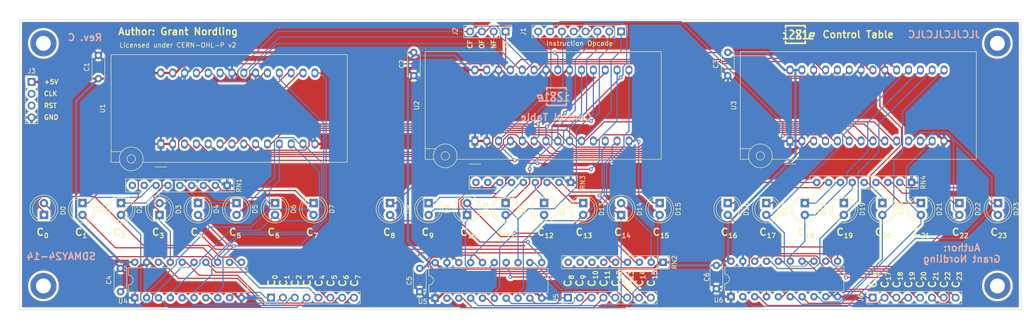
<source format=kicad_pcb>
(kicad_pcb (version 20211014) (generator pcbnew)
  (title_block (title "i281e Control Table") (date "2024-05-04") (rev "C") (company "i281e Development Group") (comment 1 "Licensed under CERN-OHL-P v2") (comment 2 "Copyright i281e Development Group"))
  (layers (0 "F.Cu" signal) (31 "B.Cu" signal) (34 "B.Paste" user) (35 "F.Paste" user) (36 "B.SilkS" user "B.Silkscreen") (37 "F.SilkS" user "F.Silkscreen") (38 "B.Mask" user) (39 "F.Mask" user) (44 "Edge.Cuts" user))
  (net 0 "")
  (net 1 "GND")
  (net 2 "Net-(D0-Pad1)")
  (net 3 "Net-(D0-Pad2)")
  (net 4 "Net-(D1-Pad1)")
  (net 5 "Net-(D1-Pad2)")
  (net 6 "Net-(D2-Pad1)")
  (net 7 "Net-(D2-Pad2)")
  (net 8 "Net-(D3-Pad2)")
  (net 9 "Net-(D7-Pad2)")
  (net 10 "Net-(D3-Pad1)")
  (net 11 "Net-(D4-Pad1)")
  (net 12 "Net-(D5-Pad1)")
  (net 13 "Net-(D6-Pad1)")
  (net 14 "Net-(D7-Pad1)")
  (net 15 "Net-(D13-Pad2)")
  (net 16 "Net-(D8-Pad1)")
  (net 17 "Net-(D4-Pad2)")
  (net 18 "Net-(D16-Pad2)")
  (net 19 "Net-(D17-Pad2)")
  (net 20 "Net-(D18-Pad2)")
  (net 21 "Net-(D9-Pad1)")
  (net 22 "Net-(D5-Pad2)")
  (net 23 "Net-(D6-Pad2)")
  (net 24 "Net-(D22-Pad2)")
  (net 25 "Net-(D23-Pad2)")
  (net 26 "/A0")
  (net 27 "/A1")
  (net 28 "/A2")
  (net 29 "/A3")
  (net 30 "/A4")
  (net 31 "/A5")
  (net 32 "/A6")
  (net 33 "/A7")
  (net 34 "/A8")
  (net 35 "/A9")
  (net 36 "/A10")
  (net 37 "/A11")
  (net 38 "/CLK")
  (net 39 "/RESET")
  (net 40 "/C0")
  (net 41 "/C1")
  (net 42 "/C2")
  (net 43 "/C3")
  (net 44 "/C4")
  (net 45 "/C5")
  (net 46 "/C6")
  (net 47 "/C7")
  (net 48 "/C8")
  (net 49 "/C9")
  (net 50 "/C10")
  (net 51 "/C11")
  (net 52 "/C12")
  (net 53 "/C13")
  (net 54 "/C14")
  (net 55 "/C15")
  (net 56 "/C16")
  (net 57 "/C17")
  (net 58 "/C18")
  (net 59 "/C19")
  (net 60 "/C20")
  (net 61 "/C21")
  (net 62 "Net-(D10-Pad2)")
  (net 63 "Net-(D11-Pad1)")
  (net 64 "Net-(D8-Pad2)")
  (net 65 "Net-(D12-Pad1)")
  (net 66 "/C22")
  (net 67 "/C23")
  (net 68 "Net-(D9-Pad2)")
  (net 69 "Net-(D10-Pad1)")
  (net 70 "Net-(D11-Pad2)")
  (net 71 "Net-(D13-Pad1)")
  (net 72 "Net-(D14-Pad1)")
  (net 73 "Net-(D14-Pad2)")
  (net 74 "Net-(D15-Pad1)")
  (net 75 "Net-(D12-Pad2)")
  (net 76 "Net-(D16-Pad1)")
  (net 77 "Net-(D17-Pad1)")
  (net 78 "Net-(D18-Pad1)")
  (net 79 "Net-(D19-Pad1)")
  (net 80 "Net-(D15-Pad2)")
  (net 81 "Net-(D20-Pad1)")
  (net 82 "Net-(D21-Pad1)")
  (net 83 "Net-(D19-Pad2)")
  (net 84 "Net-(D20-Pad2)")
  (net 85 "Net-(D21-Pad2)")
  (net 86 "+5V")
  (net 87 "Net-(D22-Pad1)")
  (net 88 "Net-(D23-Pad1)")
  (footprint "LED_THT:LED_D5.0mm" (layer "F.Cu") (at 179.07 104.775 -90)
    (fp_text reference "D15")
    (fp_text value "LED")
  )
  (footprint "LED_THT:LED_D5.0mm" (layer "F.Cu") (at 162.6745 104.78 -90)
    (fp_text reference "D13")
    (fp_text value "LED")
  )
  (footprint "LED_THT:LED_D5.0mm" (layer "F.Cu") (at 55.3595 104.77 -90)
    (fp_text reference "D1")
    (fp_text value "LED")
  )
  (footprint "Socket:DIP_Socket-28_W11.9_W12.7_W15.24_W17.78_W18.5_3M_228-1277-00-0602J" (layer "F.Cu") (at 139.465 91.44 90)
    (fp_text reference "U2")
    (fp_text value "28C256")
  )
  (footprint "Resistor_THT:R_Array_SIP9" (layer "F.Cu") (at 233.06 100.34 180)
    (fp_text reference "RN4")
    (fp_text value "R_Network08")
  )
  (footprint "LED_THT:LED_D5.0mm" (layer "F.Cu") (at 129.54 104.775 -90)
    (fp_text reference "D9")
    (fp_text value "LED")
  )
  (footprint "LED_THT:LED_D5.0mm" (layer "F.Cu") (at 235.0645 104.775 -90)
    (fp_text reference "D21")
    (fp_text value "LED")
  )
  (footprint "LED_THT:LED_D5.0mm" (layer "F.Cu") (at 88.3795 104.775 -90)
    (fp_text reference "D5")
    (fp_text value "LED")
  )
  (footprint "LED_THT:LED_D5.0mm" (layer "F.Cu") (at 80.1245 104.775 -90)
    (fp_text reference "D4")
    (fp_text value "LED")
  )
  (footprint "LED_THT:LED_D5.0mm" (layer "F.Cu") (at 193.675 104.775 -90)
    (fp_text reference "D16")
    (fp_text value "LED")
  )
  (footprint "Capacitor_THT:C_Disc_D5.0mm_W2.5mm_P5.00mm" (layer "F.Cu") (at 63.5089 123.795 90)
    (fp_text reference "C4")
    (fp_text value ".1 uF")
  )
  (footprint "LED_THT:LED_D5.0mm" (layer "F.Cu") (at 210.185 104.775 -90)
    (fp_text reference "D18")
    (fp_text value "LED")
  )
  (footprint "Socket:DIP_Socket-28_W11.9_W12.7_W15.24_W17.78_W18.5_3M_228-1277-00-0602J" (layer "F.Cu") (at 72.155 92.075 90)
    (fp_text reference "U1")
    (fp_text value "28C256")
  )
  (footprint "LED_THT:LED_D5.0mm" (layer "F.Cu") (at 96.6345 104.775 -90)
    (fp_text reference "D6")
    (fp_text value "LED")
  )
  (footprint "Capacitor_THT:C_Disc_D5.0mm_W2.5mm_P5.00mm" (layer "F.Cu") (at 127.635 118.785 -90)
    (fp_text reference "C5")
    (fp_text value ".1 uF")
  )
  (footprint "Package_DIP:DIP-20_W7.62mm" (layer "F.Cu") (at 194.3591 124.8637 90)
    (fp_text reference "U6")
    (fp_text value "74HC244")
  )
  (footprint "Socket:DIP_Socket-28_W11.9_W12.7_W15.24_W17.78_W18.5_3M_228-1277-00-0602J" (layer "F.Cu") (at 207.01 91.44 90)
    (fp_text reference "U3")
    (fp_text value "28C256")
  )
  (footprint "Resistor_THT:R_Array_SIP9" (layer "F.Cu") (at 179.8004 117.475 180)
    (fp_text reference "RN2")
    (fp_text value "R_Network08")
  )
  (footprint "LED_THT:LED_D5.0mm" (layer "F.Cu") (at 71.8695 107.33 90)
    (fp_text reference "D3")
    (fp_text value "LED")
  )
  (footprint "MountingHole:MountingHole_3.2mm_M3_DIN965_Pad" (layer "F.Cu") (at 251.46 122.555)
    (fp_text reference "H4")
    (fp_text value "MountingHole")
  )
  (footprint "MountingHole:MountingHole_3.2mm_M3_DIN965_Pad" (layer "F.Cu") (at 251.46 70.485)
    (fp_text reference "H2")
    (fp_text value "MountingHole")
  )
  (footprint "LED_THT:LED_D5.0mm" (layer "F.Cu") (at 63.6145 104.77 -90)
    (fp_text reference "D2")
    (fp_text value "LED")
  )
  (footprint "Resistor_THT:R_Array_SIP9" (layer "F.Cu") (at 86.375 100.975 180)
    (fp_text reference "RN1")
    (fp_text value "R_Network08")
  )
  (footprint "LED_THT:LED_D5.0mm" (layer "F.Cu") (at 251.5745 104.78 -90)
    (fp_text reference "D23")
    (fp_text value "LED")
  )
  (footprint "Connector_PinHeader_2.54mm:PinHeader_1x08_P2.54mm_Vertical" (layer "F.Cu") (at 224.7246 125.0781 90)
    (fp_text reference "J6")
    (fp_text value "Conn_01x08_Male")
  )
  (footprint "LED_THT:LED_D5.0mm" (layer "F.Cu") (at 137.795 107.335 90)
    (fp_text reference "D10")
    (fp_text value "LED")
  )
  (footprint "LED_THT:LED_D5.0mm" (layer "F.Cu") (at 201.93 104.775 -90)
    (fp_text reference "D17")
    (fp_text value "LED")
  )
  (footprint "LED_THT:LED_D5.0mm" (layer "F.Cu") (at 104.8895 104.775 -90)
    (fp_text reference "D7")
    (fp_text value "LED")
  )
  (footprint "LED_THT:LED_D5.0mm" (layer "F.Cu") (at 226.8095 104.775 -90)
    (fp_text reference "D20")
    (fp_text value "LED")
  )
  (footprint "LED_THT:LED_D5.0mm" (layer "F.Cu") (at 121.285 104.775 -90)
    (fp_text reference "D8")
    (fp_text value "LED")
  )
  (footprint "MountingHole:MountingHole_3.2mm_M3_DIN965_Pad" (layer "F.Cu") (at 46.99 70.485)
    (fp_text reference "H1")
    (fp_text value "MountingHole")
  )
  (footprint "LED_THT:LED_D5.0mm" (layer "F.Cu") (at 243.3195 104.775 -90)
    (fp_text reference "D22")
    (fp_text value "LED")
  )
  (footprint "MountingHole:MountingHole_3.2mm_M3_DIN965_Pad" (layer "F.Cu") (at 46.99 122.555)
    (fp_text reference "H3")
    (fp_text value "MountingHole")
  )
  (footprint "LED_THT:LED_D5.0mm" (layer "F.Cu") (at 218.5545 104.775 -90)
    (fp_text reference "D19")
    (fp_text value "LED")
  )
  (footprint "Connector_PinHeader_2.54mm:PinHeader_1x08_P2.54mm_Vertical" (layer "F.Cu") (at 159.4 125.0781 90)
    (fp_text reference "J5")
    (fp_text value "Conn_01x08_Male")
  )
  (footprint "Connector_PinHeader_2.54mm:PinHeader_1x04_P2.54mm_Vertical" (layer "F.Cu") (at 146.05 67.945 -90)
    (fp_text reference "J2")
    (fp_text value "Conn_01x04_Male")
  )
  (footprint "LED_THT:LED_D5.0mm" (layer "F.Cu") (at 170.815 107.335 90)
    (fp_text reference "D14")
    (fp_text value "LED")
  )
  (footprint "Capacitor_THT:C_Disc_D5.0mm_W2.5mm_P5.00mm" (layer "F.Cu") (at 191.2358 118.15 -90)
    (fp_text reference "C6")
    (fp_text value ".1 uF")
  )
  (footprint "Connector_PinHeader_2.54mm:PinHeader_1x08_P2.54mm_Vertical" (layer "F.Cu") (at 95.7793 125.0781 90)
    (fp_text reference "J4")
    (fp_text value "Conn_01x08_Male")
  )
  (footprint "Resistor_THT:R_Array_SIP9" (layer "F.Cu") (at 160.02 100.34 180)
    (fp_text reference "RN3")
    (fp_text value "R_Network08")
  )
  (footprint "Connector_PinHeader_2.54mm:PinHeader_1x08_P2.54mm_Vertical" (layer "F.Cu") (at 170.815 67.945 -90)
    (fp_text reference "J1")
    (fp_text value "Conn_01x08_Male")
  )
  (footprint "Symbol:i281e_logo" (layer "F.Cu") (at 208.915 68.58)
    (fp_text reference "G**0" hide)
    (fp_text value "LOGO" hide)
  )
  (footprint "Capacitor_THT:C_Disc_D5.0mm_W2.5mm_P5.00mm" (layer "F.Cu") (at 58.7695 78.065 90)
    (fp_text reference "C1")
    (fp_text value ".1 uF")
  )
  (footprint "LED_THT:LED_D5.0mm" (layer "F.Cu") (at 47.1045 107.32 90)
    (fp_text reference "D0")
    (fp_text value "LED")
  )
  (footprint "Connector_PinHeader_2.54mm:PinHeader_1x04_P2.54mm_Vertical" (layer "F.Cu") (at 44.45 78.76)
    (fp_text reference "J3")
    (fp_text value "Conn_01x04_Male")
  )
  (footprint "LED_THT:LED_D5.0mm" (layer "F.Cu") (at 154.305 104.77 -90)
    (fp_text reference "D12")
    (fp_text value "LED")
  )
  (footprint "Capacitor_THT:C_Disc_D5.0mm_W2.5mm_P5.00mm" (layer "F.Cu") (at 193.675 72.43 -90)
    (fp_text reference "C3")
    (fp_text value ".1 uF")
  )
  (footprint "Package_DIP:DIP-20_W7.62mm" (layer "F.Cu") (at 66.5743 125.095 90)
    (fp_text reference "U4")
    (fp_text value "74HC244")
  )
  (footprint "LED_THT:LED_D5.0mm" (layer "F.Cu") (at 146.05 104.775 -90)
    (fp_text reference "D11")
    (fp_text value "LED")
  )
  (footprint "Capacitor_THT:C_Disc_D5.0mm_W2.5mm_P5.00mm" (layer "F.Cu") (at 126.365 72.43 -90)
    (fp_text reference "C2")
    (fp_text value ".1 uF")
  )
  (footprint "Package_DIP:DIP-20_W7.62mm" (layer "F.Cu") (at 130.9395 125.1717 90)
    (fp_text reference "U5")
    (fp_text value "74HC244")
  )
  (footprint "Symbol:i281e_logo" (layer "B.Cu") (at 156.21 81.915 180)
    (fp_text reference "G**1" hide)
    (fp_text value "LOGO" hide)
  )
  (gr_rect (start 256.54 127.635) (end 41.91 65.405) (layer "Edge.Cuts") (width 0.1) (fill none))
  (gr_text "Control Table" (at 156.845 86.36) (layer "B.SilkS") (effects (font (size 1.5 1.5) (thickness 0.3)) (justify mirror)))
  (gr_text "JLCJLCJLCJLC" (at 240.03 68.58) (layer "B.SilkS") (effects (font (size 1.5 1.5) (thickness 0.3)) (justify mirror)))
  (gr_text "SDMAY24-14" (at 50.8 116.205) (layer "B.SilkS") (effects (font (size 1.5 1.5) (thickness 0.3)) (justify mirror)))
  (gr_text "Author:\nGrant Nordling" (at 243.84 115.57) (layer "B.SilkS") (effects (font (size 1.5 1.5) (thickness 0.3)) (justify mirror)))
  (gr_text "Rev. C\n" (at 55.88 69.215) (layer "B.SilkS") (effects (font (size 1.5 1.5) (thickness 0.3)) (justify mirror)))
  (gr_text "6" (at 96.52 111.77) (layer "F.SilkS") (effects (font (size 1 1) (thickness 0.2)) (justify left)))
  (gr_text "C" (at 136.144 111.008) (layer "F.SilkS") (effects (font (size 1.5 1.5) (thickness 0.3)) (justify left)))
  (gr_text "13" (at 162.56 111.77) (layer "F.SilkS") (effects (font (size 1 1) (thickness 0.2)) (justify left)))
  (gr_text "C" (at 152.654 111.008) (layer "F.SilkS") (effects (font (size 1.5 1.5) (thickness 0.3)) (justify left)))
  (gr_text "C" (at 216.789 111.008) (layer "F.SilkS") (effects (font (size 1.5 1.5) (thickness 0.3)) (justify left)))
  (gr_text "6" (at 111.887 121.268147 -270) (layer "F.SilkS") (effects (font (size 1 1) (thickness 0.2)) (justify left)))
  (gr_text "C" (at 177.264631 122.919147 -270) (layer "F.SilkS") (effects (font (size 1.5 1.5) (thickness 0.3)) (justify left)))
  (gr_text "23" (at 243.332 121.539 -270) (layer "F.SilkS") (effects (font (size 1 1) (thickness 0.2)) (justify left)))
  (gr_text "OF" (at 140.97 71.755 -270) (layer "F.SilkS") (effects (font (size 1 1) (thickness 0.2)) (justify left)))
  (gr_text "C" (at 53.594 111.008) (layer "F.SilkS") (effects (font (size 1.5 1.5) (thickness 0.3)) (justify left)))
  (gr_text "C" (at 144.399 111.008) (layer "F.SilkS") (effects (font (size 1.5 1.5) (thickness 0.3)) (justify left)))
  (gr_text "10" (at 137.795 111.77) (layer "F.SilkS") (effects (font (size 1 1) (thickness 0.2)) (justify left)))
  (gr_text "19" (at 218.44 111.77) (layer "F.SilkS") (effects (font (size 1 1) (thickness 0.2)) (justify left)))
  (gr_text "11" (at 146.05 111.77) (layer "F.SilkS") (effects (font (size 1 1) (thickness 0.2)) (justify left)))
  (gr_text "4" (at 106.807 121.268147 -270) (layer "F.SilkS") (effects (font (size 1 1) (thickness 0.2)) (justify left)))
  (gr_text "C" (at 159.4 122.939692 -270) (layer "F.SilkS") (effects (font (size 1.5 1.5) (thickness 0.3)) (justify left)))
  (gr_text "12" (at 154.305 111.77) (layer "F.SilkS") (effects (font (size 1 1) (thickness 0.2)) (justify left)))
  (gr_text "22" (at 243.205 111.77) (layer "F.SilkS") (effects (font (size 1 1) (thickness 0.2)) (justify left)))
  (gr_text "C" (at 61.849 111.008) (layer "F.SilkS") (effects (font (size 1.5 1.5) (thickness 0.3)) (justify left)))
  (gr_text "20" (at 226.695 111.77) (layer "F.SilkS") (effects (font (size 1 1) (thickness 0.2)) (justify left)))
  (gr_text "5" (at 109.347 121.268147 -270) (layer "F.SilkS") (effects (font (size 1 1) (thickness 0.2)) (justify left)))
  (gr_text "C" (at 240.049214 123.173147 -270) (layer "F.SilkS") (effects (font (size 1.5 1.5) (thickness 0.3)) (justify left)))
  (gr_text "2" (at 101.727 121.268147 -270) (layer "F.SilkS") (effects (font (size 1 1) (thickness 0.2)) (justify left)))
  (gr_text "C" (at 200.279 111.008) (layer "F.SilkS") (effects (font (size 1.5 1.5) (thickness 0.3)) (justify left)))
  (gr_text "C" (at 94.869 111.008) (layer "F.SilkS") (effects (font (size 1.5 1.5) (thickness 0.3)) (justify left)))
  (gr_text "C" (at 233.299 111.008) (layer "F.SilkS") (effects (font (size 1.5 1.5) (thickness 0.3)) (justify left)))
  (gr_text "C" (at 161.94 122.919147 -270) (layer "F.SilkS") (effects (font (size 1.5 1.5) (thickness 0.3)) (justify left)))
  (gr_text "NF" (at 143.51 71.755 -270) (layer "F.SilkS") (effects (font (size 1 1) (thickness 0.2)) (justify left)))
  (gr_text "15" (at 179.07 111.77) (layer "F.SilkS") (effects (font (size 1 1) (thickness 0.2)) (justify left)))
  (gr_text "23" (at 251.46 111.77) (layer "F.SilkS") (effects (font (size 1 1) (thickness 0.2)) (justify left)))
  (gr_text "C" (at 177.419 111.008) (layer "F.SilkS") (effects (font (size 1.5 1.5) (thickness 0.3)) (justify left)))
  (gr_text "12" (at 170.406631 121.268147 -270) (layer "F.SilkS") (effects (font (size 1 1) (thickness 0.2)) (justify left)))
  (gr_text "16" (at 193.675 111.77) (layer "F.SilkS") (effects (font (size 1 1) (thickness 0.2)) (justify left)))
  (gr_text "21" (at 234.95 111.77) (layer "F.SilkS") (effects (font (size 1 1) (thickness 0.2)) (justify left)))
  (gr_text "5" (at 88.265 111.77) (layer "F.SilkS") (effects (font (size 1 1) (thickness 0.2)) (justify left)))
  (gr_text "Licensed under CERN-OHL-P v2" (at 75.800714 70.866) (layer "F.SilkS") (effects (font (size 1 1))))
  (gr_text "C" (at 242.57 123.19 -270) (layer "F.SilkS") (effects (font (size 1.5 1.5) (thickness 0.3)) (justify left)))
  (gr_text "Instruction Opcode" (at 161.925 70.485) (layer "F.SilkS") (effects (font (size 1 1))))
  (gr_text "C" (at 111.125 122.919147 -270) (layer "F.SilkS") (effects (font (size 1.5 1.5) (thickness 0.3)) (justify left)))
  (gr_text "C" (at 167.104631 122.919147 -270) (layer "F.SilkS") (effects (font (size 1.5 1.5) (thickness 0.3)) (justify left)))
  (gr_text "C" (at 241.554 111.008) (layer "F.SilkS") (effects (font (size 1.5 1.5) (thickness 0.3)) (justify left)))
  (gr_text "9" (at 129.54 111.77) (layer "F.SilkS") (effects (font (size 1 1) (thickness 0.2)) (justify left)))
  (gr_text "C" (at 169.644631 122.919147 -270) (layer "F.SilkS") (effects (font (size 1.5 1.5) (thickness 0.3)) (justify left)))
  (gr_text "C" (at 172.184631 122.919147 -270) (layer "F.SilkS") (effects (font (size 1.5 1.5) (thickness 0.3)) (justify left)))
  (gr_text "C" (at 103.505 122.919147 -270) (layer "F.SilkS") (effects (font (size 1.5 1.5) (thickness 0.3)) (justify left)))
  (gr_text "22" (at 240.811214 121.522147 -270) (layer "F.SilkS") (effects (font (size 1 1) (thickness 0.2)) (justify left)))
  (gr_text "C" (at 78.359 111.008) (layer "F.SilkS") (effects (font (size 1.5 1.5) (thickness 0.3)) (justify left)))
  (gr_text "C" (at 225.044 111.008) (layer "F.SilkS") (effects (font (size 1.5 1.5) (thickness 0.3)) (justify left)))
  (gr_text "10" (at 165.326631 121.268147 -270) (layer "F.SilkS") (effects (font (size 1 1) (thickness 0.2)) (justify left)))
  (gr_text "Control Table" (at 221.615 68.58) (layer "F.SilkS") (effects (font (size 1.5 1.5) (thickness 0.3))))
  (gr_text "C" (at 249.809 111.008) (layer "F.SilkS") (effects (font (size 1.5 1.5) (thickness 0.3)) (justify left)))
  (gr_text "4" (at 80.01 111.77) (layer "F.SilkS") (effects (font (size 1 1) (thickness 0.2)) (justify left)))
  (gr_text "2" (at 63.5 111.77) (layer "F.SilkS") (effects (font (size 1 1) (thickness 0.2)) (justify left)))
  (gr_text "11" (at 167.866631 121.268147 -270) (layer "F.SilkS") (effects (font (size 1 1) (thickness 0.2)) (justify left)))
  (gr_text "C" (at 169.164 111.008) (layer "F.SilkS") (effects (font (size 1.5 1.5) (thickness 0.3)) (justify left)))
  (gr_text "GND" (at 46.99 86.36) (layer "F.SilkS") (effects (font (size 1 1) (thickness 0.2)) (justify left)))
  (gr_text "C" (at 127.889 111.008) (layer "F.SilkS") (effects (font (size 1.5 1.5) (thickness 0.3)) (justify left)))
  (gr_text "17" (at 201.93 111.77) (layer "F.SilkS") (effects (font (size 1 1) (thickness 0.2)) (justify left)))
  (gr_text "20" (at 235.676583 121.522147 -270) (layer "F.SilkS") (effects (font (size 1 1) (thickness 0.2)) (justify left)))
  (gr_text "CF" (at 138.43 71.755 90) (layer "F.SilkS") (effects (font (size 1 1) (thickness 0.2)) (justify left)))
  (gr_text "C" (at 237.509214 123.173147 -270) (layer "F.SilkS") (effects (font (size 1.5 1.5) (thickness 0.3)) (justify left)))
  (gr_text "C" (at 119.634 111.008) (layer "F.SilkS") (effects (font (size 1.5 1.5) (thickness 0.3)) (justify left)))
  (gr_text "15" (at 178.026631 121.268147 -270) (layer "F.SilkS") (effects (font (size 1 1) (thickness 0.2)) (justify left)))
  (gr_text "C" (at 86.614 111.008) (layer "F.SilkS") (effects (font (size 1.5 1.5) (thickness 0.3)) (justify left)))
  (gr_text "18" (at 230.651214 121.539 -270) (layer "F.SilkS") (effects (font (size 1 1) (thickness 0.2)) (justify left)))
  (gr_text "C" (at 234.914583 123.173147 -270) (layer "F.SilkS") (effects (font (size 1.5 1.5) (thickness 0.3)) (justify left)))
  (gr_text "17" (at 228.111214 121.539 -270) (layer "F.SilkS") (effects (font (size 1 1) (thickness 0.2)) (justify left)))
  (gr_text "0" (at 46.99 111.77) (layer "F.SilkS") (effects (font (size 1 1) (thickness 0.2)) (justify left)))
  (gr_text "7" (at 114.427 121.268147 -270) (layer "F.SilkS") (effects (font (size 1 1) (thickness 0.2)) (justify left)))
  (gr_text "C" (at 227.349214 123.19 -270) (layer "F.SilkS") (effects (font (size 1.5 1.5) (thickness 0.3)) (justify left)))
  (gr_text "C" (at 106.045 122.919147 -270) (layer "F.SilkS") (effects (font (size 1.5 1.5) (thickness 0.3)) (justify left)))
  (gr_text "CLK" (at 46.99 81.28) (layer "F.SilkS") (effects (font (size 1 1) (thickness 0.2)) (justify left)))
  (gr_text "1" (at 55.245 111.77) (layer "F.SilkS") (effects (font (size 1 1) (thickness 0.2)) (justify left)))
  (gr_text "9" (at 162.702 121.268147 -270) (layer "F.SilkS") (effects (font (size 1 1) (thickness 0.2)) (justify left)))
  (gr_text "C" (at 192.024 111.008) (layer "F.SilkS") (effects (font (size 1.5 1.5) (thickness 0.3)) (justify left)))
  (gr_text "ZF" (at 146.05 71.755 -270) (layer "F.SilkS") (effects (font (size 1 1) (thickness 0.2)) (justify left)))
  (gr_text "0" (at 96.647 121.268147 -270) (layer "F.SilkS") (effects (font (size 1 1) (thickness 0.2)) (justify left)))
  (gr_text "14" (at 170.815 111.77) (layer "F.SilkS") (effects (font (size 1 1) (thickness 0.2)) (justify left)))
  (gr_text "C" (at 232.429214 123.19 -270) (layer "F.SilkS") (effects (font (size 1.5 1.5) (thickness 0.3)) (justify left)))
  (gr_text "C" (at 108.585 122.919147 -270) (layer "F.SilkS") (effects (font (size 1.5 1.5) (thickness 0.3)) (justify left)))
  (gr_text "18" (at 210.185 111.77) (layer "F.SilkS") (effects (font (size 1 1) (thickness 0.2)) (justify left)))
  (gr_text "3" (at 104.267 121.268147 -270) (layer "F.SilkS") (effects (font (size 1 1) (thickness 0.2)) (justify left)))
  (gr_text "19" (at 233.191214 121.539 -270) (layer "F.SilkS") (effects (font (size 1 1) (thickness 0.2)) (justify left)))
  (gr_text "C" (at 224.809214 123.19 -270) (layer "F.SilkS") (effects (font (size 1.5 1.5) (thickness 0.3)) (justify left)))
  (gr_text "7" (at 104.775 111.77) (layer "F.SilkS") (effects (font (size 1 1) (thickness 0.2)) (justify left)))
  (gr_text "C" (at 229.889214 123.19 -270) (layer "F.SilkS") (effects (font (size 1.5 1.5) (thickness 0.3)) (justify left)))
  (gr_text "13" (at 172.946631 121.268147 -270) (layer "F.SilkS") (effects (font (size 1 1) (thickness 0.2)) (justify left)))
  (gr_text "C" (at 160.909 111.008) (layer "F.SilkS") (effects (font (size 1.5 1.5) (thickness 0.3)) (justify left)))
  (gr_text "Author: Grant Nordling" (at 62.865 67.945) (layer "F.SilkS") (effects (font (size 1.5 1.5) (thickness 0.3)) (justify left)))
  (gr_text "C" (at 208.534 111.008) (layer "F.SilkS") (effects (font (size 1.5 1.5) (thickness 0.3)) (justify left)))
  (gr_text "C" (at 100.965 122.919147 -270) (layer "F.SilkS") (effects (font (size 1.5 1.5) (thickness 0.3)) (justify left)))
  (gr_text "+5V" (at 46.99 78.75) (layer "F.SilkS") (effects (font (size 1 1) (thickness 0.2)) (justify left)))
  (gr_text "8" (at 160.162 121.288692 -270) (layer "F.SilkS") (effects (font (size 1 1) (thickness 0.2)) (justify left)))
  (gr_text "14" (at 175.486631 121.268147 -270) (layer "F.SilkS") (effects (font (size 1 1) (thickness 0.2)) (justify left)))
  (gr_text "C" (at 70.104 111.008) (layer "F.SilkS") (effects (font (size 1.5 1.5) (thickness 0.3)) (justify left)))
  (gr_text "8" (at 121.285 111.77) (layer "F.SilkS") (effects (font (size 1 1) (thickness 0.2)) (justify left)))
  (gr_text "C" (at 113.665 122.919147 -270) (layer "F.SilkS") (effects (font (size 1.5 1.5) (thickness 0.3)) (justify left)))
  (gr_text "C" (at 95.885 122.919147 -270) (layer "F.SilkS") (effects (font (size 1.5 1.5) (thickness 0.3)) (justify left)))
  (gr_text "C" (at 164.564631 122.919147 -270) (layer "F.SilkS") (effects (font (size 1.5 1.5) (thickness 0.3)) (justify left)))
  (gr_text "RST" (at 46.99 83.86) (layer "F.SilkS") (effects (font (size 1 1) (thickness 0.2)) (justify left)))
  (gr_text "C" (at 103.124 111.008) (layer "F.SilkS") (effects (font (size 1.5 1.5) (thickness 0.3)) (justify left)))
  (gr_text "C" (at 45.339 111.008) (layer "F.SilkS") (effects (font (size 1.5 1.5) (thickness 0.3)) (justify left)))
  (gr_text "1" (at 99.187 121.268147 -270) (layer "F.SilkS") (effects (font (size 1 1) (thickness 0.2)) (justify left)))
  (gr_text "C" (at 174.724631 122.919147 -270) (layer "F.SilkS") (effects (font (size 1.5 1.5) (thickness 0.3)) (justify left)))
  (gr_text "C" (at 98.425 122.919147 -270) (layer "F.SilkS") (effects (font (size 1.5 1.5) (thickness 0.3)) (justify left)))
  (gr_text "21" (at 238.271214 121.522147 -270) (layer "F.SilkS") (effects (font (size 1 1) (thickness 0.2)) (justify left)))
  (gr_text "3" (at 71.755 111.77) (layer "F.SilkS") (effects (font (size 1 1) (thickness 0.2)) (justify left)))
  (gr_text "16" (at 225.571214 121.539 -270) (layer "F.SilkS") (effects (font (size 1 1) (thickness 0.2)) (justify left)))
  (segment (start 66.5743 118.795) (end 63.5089 118.795) (width 0.5) (layer "F.Cu") (net 1))
  (segment (start 87.9954 76.835) (end 87.395 76.835) (width 0.5) (layer "F.Cu") (net 1))
  (segment (start 68.5673 118.022) (end 67.864 118.022) (width 0.5) (layer "F.Cu") (net 1))
  (segment (start 156.7475 77.6573) (end 157.7273 77.6573) (width 0.5) (layer "F.Cu") (net 1))
  (segment (start 159.1846 76.2) (end 159.785 76.2) (width 0.5) (layer "F.Cu") (net 1))
  (segment (start 152.5492 123.9214) (end 132.893 123.9214) (width 0.5) (layer "F.Cu") (net 1))
  (segment (start 90.4183 78.3065) (end 89.4669 78.3065) (width 0.5) (layer "F.Cu") (net 1))
  (segment (start 92.475 76.835) (end 91.8898 76.835) (width 0.5) (layer "F.Cu") (net 1))
  (segment (start 209.55 91.44) (end 207.01 91.44) (width 0.5) (layer "F.Cu") (net 1))
  (segment (start 157.7273 77.6573) (end 159.1846 76.2) (width 0.5) (layer "F.Cu") (net 1))
  (segment (start 160.02 100.34) (end 164.8059 100.34) (width 0.5) (layer "F.Cu") (net 1))
  (segment (start 228.5003 79.9103) (end 240.03 91.44) (width 0.5) (layer "F.Cu") (net 1))
  (segment (start 66.5743 123.8447) (end 66.5743 118.795) (width 0.5) (layer "F.Cu") (net 1))
  (segment (start 76.1904 123.8447) (end 69.8207 117.475) (width 0.5) (layer "F.Cu") (net 1))
  (segment (start 228.5003 77.3703) (end 228.5003 79.9103) (width 0.5) (layer "F.Cu") (net 1))
  (segment (start 227.33 76.2) (end 228.5003 77.3703) (width 0.5) (layer "F.Cu") (net 1))
  (segment (start 66.5743 125.095) (end 66.5743 123.8447) (width 0.5) (layer "F.Cu") (net 1))
  (segment (start 142.005 91.44) (end 139.465 91.44) (width 0.5) (layer "F.Cu") (net 1))
  (segment (start 74.695 92.075) (end 72.155 92.075) (width 0.5) (layer "F.Cu") (net 1))
  (segment (start 155.2902 76.2) (end 156.7475 77.6573) (width 0.5) (layer "F.Cu") (net 1))
  (segment (start 105.175 92.075) (end 106.3453 92.075) (width 0.5) (layer "F.Cu") (net 1))
  (segment (start 139.465 91.44) (end 106.9803 91.44) (width 0.5) (layer "F.Cu") (net 1))
  (segment (start 69.1143 117.475) (end 68.5673 118.022) (width 0.5) (layer "F.Cu") (net 1))
  (segment (start 154.705 76.2) (end 155.2902 76.2) (width 0.5) (layer "F.Cu") (net 1))
  (segment (start 132.893 123.9214) (end 131.6427 125.1717) (width 0.5) (layer "F.Cu") (net 1))
  (segment (start 153.7995 125.1717) (end 152.5492 123.9214) (width 0.5) (layer "F.Cu") (net 1))
  (segment (start 67.864 118.022) (end 67.091 118.795) (width 0.5) (layer "F.Cu") (net 1))
  (segment (start 88.7311 125.095) (end 87.4808 123.8447) (width 0.5) (layer "F.Cu") (net 1))
  (segment (start 69.8207 117.475) (end 69.1143 117.475) (width 0.5) (layer "F.Cu") (net 1))
  (segment (start 87.4808 123.8447) (end 76.1904 123.8447) (width 0.5) (layer "F.Cu") (net 1))
  (segment (start 131.6427 125.1717) (end 130.9395 125.1717) (width 0.5) (layer "F.Cu") (net 1))
  (segment (start 67.091 118.795) (end 66.5743 118.795) (width 0.5) (layer "F.Cu") (net 1))
  (segment (start 91.8898 76.835) (end 90.4183 78.3065) (width 0.5) (layer "F.Cu") (net 1))
  (segment (start 89.4343 125.095) (end 88.7311 125.095) (width 0.5) (layer "F.Cu") (net 1))
  (segment (start 106.9803 91.44) (end 106.3453 92.075) (width 0.5) (layer "F.Cu") (net 1))
  (segment (start 164.8059 100.34) (end 168.8196 96.3263) (width 0.5) (layer "F.Cu") (net 1))
  (segment (start 89.4669 78.3065) (end 87.9954 76.835) (width 0.5) (layer "F.Cu") (net 1))
  (via (at 168.8196 96.3263) (size 0.8) (drill 0.4) (layers "F.Cu" "B.Cu") (net 1))
  (segment (start 85.6717 100.975) (end 84.4213 99.7246) (width 0.5) (layer "B.Cu") (net 1))
  (segment (start 69.1143 105.6197) (end 71.5551 103.1789) (width 0.5) (layer "B.Cu") (net 1))
  (segment (start 173.5311 91.44) (end 185.1722 79.7989) (width 0.5) (layer "B.Cu") (net 1))
  (segment (start 142.005 89.9897) (end 142.005 77.6724) (width 0.5) (layer "B.Cu") (net 1))
  (segment (start 133.4795 121.3814) (end 133.4795 117.5517) (width 0.5) (layer "B.Cu") (net 1))
  (segment (start 104.0047 90.9047) (end 104.0047 88.3647) (width 0.5) (layer "B.Cu") (net 1))
  (segment (start 74.695 79.6676) (end 74.695 92.075) (width 0.5) (layer "B.Cu") (net 1))
  (segment (start 240.03 92.1197) (end 233.06 99.0897) (width 0.5) (layer "B.Cu") (net 1))
  (segment (start 240.03 91.44) (end 240.03 92.1197) (width 0.5) (layer "B.Cu") (net 1))
  (segment (start 139.465 91.44) (end 138.2947 91.44) (width 0.5) (layer "B.Cu") (net 1))
  (segment (start 74.945 99.7246) (end 74.945 93.7753) (width 0.5) (layer "B.Cu") (net 1))
  (segment (start 196.8991 107.1108) (end 209.55 94.4599) (width 0.5) (layer "B.Cu") (net 1))
  (segment (start 212.09 77.6503) (end 220.2496 77.6503) (width 0.5) (layer "B.Cu") (net 1))
  (segment (start 79.3308 75.3244) (end 77.8202 76.835) (width 0.5) (layer "B.Cu") (net 1))
  (segment (start 216.5094 124.8637) (end 211.7327 120.087) (width 0.5) (layer "B.Cu") (net 1))
  (segment (start 126.6074 77.6724) (end 142.005 77.6724) (width 0.5) (layer "B.Cu") (net 1))
  (segment (start 65.3721 79.6676) (end 58.7695 73.065) (width 0.5) (layer "B.Cu") (net 1))
  (segment (start 74.695 79.6676) (end 65.3721 79.6676) (width 0.5) (layer "B.Cu") (net 1))
  (segment (start 158.0665 99.0897) (end 159.3168 100.34) (width 0.5) (layer "B.Cu") (net 1))
  (segment (start 142.005 77.6724) (end 142.4722 77.6724) (width 0.5) (layer "B.Cu") (net 1))
  (segment (start 212.09 76.2) (end 212.09 77.6503) (width 0.5) (layer "B.Cu") (net 1))
  (segment (start 172.485 91.44) (end 173.5311 91.44) (width 0.5) (layer "B.Cu") (net 1))
  (segment (start 191.2358 123.15) (end 194.3591 123.15) (width 0.5) (layer "B.Cu") (net 1))
  (segment (start 209.55 91.44) (end 209.55 80.1903) (width 0.5) (layer "B.Cu") (net 1))
  (segment (start 142.005 91.44) (end 142.005 89.9897) (width 0.5) (layer "B.Cu") (net 1))
  (segment (start 142.3818 91.44) (end 150.0315 99.0897) (width 0.5) (layer "B.Cu") (net 1))
  (segment (start 196.8991 118.494) (end 196.8991 120.087) (width 0.5) (layer "B.Cu") (net 1))
  (segment (start 133.4795 117.5517) (end 133.4795 116.3014) (width 0.5) (layer "B.Cu") (net 1))
  (segment (start 77.5276 76.835) (end 77.8202 76.835) (width 0.5) (layer "B.Cu") (net 1))
  (segment (start 142.4722 77.6724) (end 143.9446 76.2) (width 0.5) (layer "B.Cu") (net 1))
  (segment (start 207.01 91.44) (end 205.8397 91.44) (width 0.5) (layer "B.Cu") (net 1))
  (segment (start 77.5276 76.835) (end 74.695 79.6676) (width 0.5) (layer "B.Cu") (net 1))
  (segment (start 85.8844 75.3244) (end 79.3308 75.3244) (width 0.5) (layer "B.Cu") (net 1))
  (segment (start 104.0047 88.3647) (end 92.475 76.835) (width 0.5) (layer "B.Cu") (net 1))
  (segment (start 159.3168 100.34) (end 160.02 100.34) (width 0.5) (layer "B.Cu") (net 1))
  (segment (start 154.705 76.2) (end 154.1198 76.2) (width 0.5) (layer "B.Cu") (net 1))
  (segment (start 74.945 101.5487) (end 74.945 99.7246) (width 0.5) (layer "B.Cu") (net 1))
  (segment (start 222.25 76.2) (end 221.6999 76.2) (width 0.5) (layer "B.Cu") (net 1))
  (segment (start 44.45 86.38) (end 45.4545 86.38) (width 0.5) (layer "B.Cu") (net 1))
  (segment (start 193.675 77.43) (end 193.675 79.7989) (width 0.5) (layer "B.Cu") (net 1))
  (segment (start 194.3591 122.627) (end 196.8991 120.087) (width 0.5) (layer "B.Cu") (net 1))
  (segment (start 168.8196 96.3263) (end 172.485 92.6609) (width 0.5) (layer "B.Cu") (net 1))
  (segment (start 130.8031 123.785) (end 127.635 123.785) (width 0.5) (layer "B.Cu") (net 1))
  (segment (start 74.945 93.7753) (end 74.695 93.5253) (width 0.5) (layer "B.Cu") (net 1))
  (segment (start 73.3148 103.1789) (end 74.945 101.5487) (width 0.5) (layer "B.Cu") (net 1))
  (segment (start 150.0315 99.0897) (end 158.0665 99.0897) (width 0.5) (layer "B.Cu") (net 1))
  (segment (start 145.1454 76.2) (end 144.545 76.2) (width 0.5) (layer "B.Cu") (net 1))
  (segment (start 193.675 79.7989) (end 205.3161 91.44) (width 0.5) (layer "B.Cu") (net 1))
  (segment (start 128.1896 101.5451) (end 138.2947 91.44) (width 0.5) (layer "B.Cu") (net 1))
  (segment (start 143.9446 76.2) (end 144.545 76.2) (width 0.5) (layer "B.Cu") (net 1))
  (segment (start 172.485 92.6609) (end 172.485 91.44) (width 0.5) (layer "B.Cu") (net 1))
  (segment (start 146.597 77.6516) (end 145.1454 76.2) (width 0.5) (layer "B.Cu") (net 1))
  (segment (start 69.1143 117.475) (end 69.1143 105.6197) (width 0.5) (layer "B.Cu") (net 1))
  (segment (start 205.3161 91.44) (end 205.8397 91.44) (width 0.5) (layer "B.Cu") (net 1))
  (segment (start 196.8991 117.2437) (end 196.8991 118.494) (width 0.5) (layer "B.Cu") (net 1))
  (segment (start 209.55 94.4599) (end 209.55 91.44) (width 0.5) (layer "B.Cu") (net 1))
  (segment (start 211.7327 120.087) (end 196.8991 120.087) (width 0.5) (layer "B.Cu") (net 1))
  (segment (start 233.06 99.0897) (end 233.06 100.34) (width 0.5) (layer "B.Cu") (net 1))
  (segment (start 74.695 92.075) (end 74.695 93.5253) (width 0.5) (layer "B.Cu") (net 1))
  (segment (start 133.4795 116.3014) (end 128.1896 111.0115) (width 0.5) (layer "B.Cu") (net 1))
  (segment (start 226.7296 76.2) (end 227.33 76.2) (width 0.5) (layer "B.Cu") (net 1))
  (segment (start 86.375 100.975) (end 85.6717 100.975) (width 0.5) (layer "B.Cu") (net 1))
  (segment (start 154.1198 76.2) (end 152.6682 77.6516) (width 0.5) (layer "B.Cu") (net 1))
  (segment (start 45.4545 86.38) (end 58.7695 73.065) (width 0.5) (layer "B.Cu") (net 1))
  (segment (start 194.3591 123.15) (end 194.3591 123.6134) (width 0.5) (layer "B.Cu") (net 1))
  (segment (start 194.3591 123.15) (end 194.3591 122.627) (width 0.5) (layer "B.Cu") (net 1))
  (segment (start 128.1896 111.0115) (end 128.1896 101.5451) (width 0.5) (layer "B.Cu") (net 1))
  (segment (start 196.8991 117.2437) (end 196.8991 107.1108) (width 0.5) (layer "B.Cu") (net 1))
  (segment (start 126.365 77.43) (end 126.6074 77.6724) (width 0.5) (layer "B.Cu") (net 1))
  (segment (start 87.395 76.835) (end 85.8844 75.3244) (width 0.5) (layer "B.Cu") (net 1))
  (segment (start 71.5551 103.1789) (end 73.3148 103.1789) (width 0.5) (layer "B.Cu") (net 1))
  (segment (start 221.6999 76.2) (end 223.1935 74.7064) (width 0.5) (layer "B.Cu") (net 1))
  (segment (start 84.4213 99.7246) (end 74.945 99.7246) (width 0.5) (layer "B.Cu") (net 1))
  (segment (start 152.6682 77.6516) (end 146.597 77.6516) (width 0.5) (layer "B.Cu") (net 1))
  (segment (start 225.236 74.7064) (end 226.7296 76.2) (width 0.5) (layer "B.Cu") (net 1))
  (segment (start 220.2496 77.6503) (end 221.6999 76.2) (width 0.5) (layer "B.Cu") (net 1))
  (segment (start 130.9395 123.9214) (end 130.8031 123.785) (width 0.5) (layer "B.Cu") (net 1))
  (segment (start 223.1935 74.7064) (end 225.236 74.7064) (width 0.5) (layer "B.Cu") (net 1))
  (segment (start 142.005 91.44) (end 142.3818 91.44) (width 0.5) (layer "B.Cu") (net 1))
  (segment (start 130.9395 123.9214) (end 133.4795 121.3814) (width 0.5) (layer "B.Cu") (net 1))
  (segment (start 209.55 80.1903) (end 212.09 77.6503) (width 0.5) (layer "B.Cu") (net 1))
  (segment (start 194.3591 124.8637) (end 194.3591 123.6134) (width 0.5) (layer "B.Cu") (net 1))
  (segment (start 185.1722 79.7989) (end 193.675 79.7989) (width 0.5) (layer "B.Cu") (net 1))
  (segment (start 217.2191 124.8637) (end 216.5094 124.8637) (width 0.5) (layer "B.Cu") (net 1))
  (segment (start 105.175 92.075) (end 104.0047 90.9047) (width 0.5) (layer "B.Cu") (net 1))
  (segment (start 77.235 76.835) (end 77.5276 76.835) (width 0.5) (layer "B.Cu") (net 1))
  (segment (start 130.9395 125.1717) (end 130.9395 123.9214) (width 0.5) (layer "B.Cu") (net 1))
  (segment (start 84.882 116.3497) (end 87.4651 116.3497) (width 0.25) (layer "F.Cu") (net 2))
  (segment (start 82.3977 113.8654) (end 84.882 116.3497) (width 0.25) (layer "F.Cu") (net 2))
  (segment (start 57.9579 103.3879) (end 68.4354 113.8654) (width 0.25) (layer "F.Cu") (net 2))
  (segment (start 46.742 103.3879) (end 57.9579 103.3879) (width 0.25) (layer "F.Cu") (net 2))
  (segment (start 88.5904 117.475) (end 89.4343 117.475) (width 0.25) (layer "F.Cu") (net 2))
  (segment (start 45.8708 105.3205) (end 45.8708 104.2591) (width 0.25) (layer "F.Cu") (net 2))
  (segment (start 47.1045 107.32) (end 47.1045 106.5542) (width 0.25) (layer "F.Cu") (net 2))
  (segment (start 94.2637 76.835) (end 95.015 76.835) (width 0.25) (layer "F.Cu") (net 2))
  (segment (start 57.9579 103.3879) (end 81.8585 79.4873) (width 0.25) (layer "F.Cu") (net 2))
  (segment (start 68.4354 113.8654) (end 82.3977 113.8654) (width 0.25) (layer "F.Cu") (net 2))
  (segment (start 87.4651 116.3497) (end 88.5904 117.475) (width 0.25) (layer "F.Cu") (net 2))
  (segment (start 45.8708 104.2591) (end 46.742 103.3879) (width 0.25) (layer "F.Cu") (net 2))
  (segment (start 47.1045 106.5542) (end 45.8708 105.3205) (width 0.25) (layer "F.Cu") (net 2))
  (segment (start 81.8585 79.4873) (end 91.6114 79.4873) (width 0.25) (layer "F.Cu") (net 2))
  (segment (start 91.6114 79.4873) (end 94.2637 76.835) (width 0.25) (layer "F.Cu") (net 2))
  (segment (start 127.8806 115.4567) (end 166.7011 115.4567) (width 0.25) (layer "F.Cu") (net 3))
  (segment (start 124.7087 118.6286) (end 127.8806 115.4567) (width 0.25) (layer "F.Cu") (net 3))
  (segment (start 83.8555 118.6286) (end 124.7087 118.6286) (width 0.25) (layer "F.Cu") (net 3))
  (segment (start 168.7194 117.475) (end 169.6404 117.475) (width 0.25) (layer "F.Cu") (net 3))
  (segment (start 47.1045 104.78) (end 58.5937 116.2692) (width 0.25) (layer "F.Cu") (net 3))
  (segment (start 83.0843 117.8574) (end 83.8555 118.6286) (width 0.25) (layer "F.Cu") (net 3))
  (segment (start 166.7011 115.4567) (end 168.7194 117.475) (width 0.25) (layer "F.Cu") (net 3))
  (segment (start 83.0843 117.1051) (end 83.0843 117.8574) (width 0.25) (layer "F.Cu") (net 3))
  (segment (start 58.5937 116.2692) (end 82.2484 116.2692) (width 0.25) (layer "F.Cu") (net 3))
  (segment (start 82.2484 116.2692) (end 83.0843 117.1051) (width 0.25) (layer "F.Cu") (net 3))
  (segment (start 71.135 100.975) (end 70.2911 100.975) (width 0.25) (layer "B.Cu") (net 4))
  (segment (start 57.8101 103.5447) (end 56.5848 104.77) (width 0.25) (layer "B.Cu") (net 4))
  (segment (start 67.7214 103.5447) (end 57.8101 103.5447) (width 0.25) (layer "B.Cu") (net 4))
  (segment (start 56.5848 104.77) (end 55.3595 104.77) (width 0.25) (layer "B.Cu") (net 4))
  (segment (start 70.2911 100.975) (end 67.7214 103.5447) (width 0.25) (layer "B.Cu") (net 4))
  (segment (start 84.3543 117.475) (end 81.2432 114.3639) (width 0.25) (layer "F.Cu") (net 5))
  (segment (start 81.2432 114.3639) (end 62.4134 114.3639) (width 0.25) (layer "F.Cu") (net 5))
  (segment (start 62.4134 114.3639) (end 55.3595 107.31) (width 0.25) (layer "F.Cu") (net 5))
  (segment (start 103.7598 111.4726) (end 89.2314 111.4726) (width 0.25) (layer "B.Cu") (net 5))
  (segment (start 84.3543 116.3497) (end 84.3543 117.475) (width 0.25) (layer "B.Cu") (net 5))
  (segment (start 107.0734 87.627) (end 107.0734 108.159) (width 0.25) (layer "B.Cu") (net 5))
  (segment (start 97.555 76.835) (end 97.555 78.1086) (width 0.25) (layer "B.Cu") (net 5))
  (segment (start 107.0734 108.159) (end 103.7598 111.4726) (width 0.25) (layer "B.Cu") (net 5))
  (segment (start 89.2314 111.4726) (end 84.3543 116.3497) (width 0.25) (layer "B.Cu") (net 5))
  (segment (start 97.555 78.1086) (end 107.0734 87.627) (width 0.25) (layer "B.Cu") (net 5))
  (segment (start 73.675 100.975) (end 72.7279 100.975) (width 0.25) (layer "B.Cu") (net 6))
  (segment (start 68.9329 104.77) (end 63.6145 104.77) (width 0.25) (layer "B.Cu") (net 6))
  (segment (start 72.7279 100.975) (end 68.9329 104.77) (width 0.25) (layer "B.Cu") (net 6))
  (segment (start 94.9842 81.1945) (end 99.3437 76.835) (width 0.25) (layer "F.Cu") (net 7))
  (segment (start 80.7957 81.1945) (end 94.9842 81.1945) (width 0.25) (layer "F.Cu") (net 7))
  (segment (start 67.325 103.5995) (end 67.325 94.6652) (width 0.25) (layer "F.Cu") (net 7))
  (segment (start 63.6145 107.31) (end 67.325 103.5995) (width 0.25) (layer "F.Cu") (net 7))
  (segment (start 67.325 94.6652) (end 80.7957 81.1945) (width 0.25) (layer "F.Cu") (net 7))
  (segment (start 99.3437 76.835) (end 100.095 76.835) (width 0.25) (layer "F.Cu") (net 7))
  (segment (start 68.596 126.2477) (end 67.8443 125.496) (width 0.25) (layer "B.Cu") (net 7))
  (segment (start 69.5533 126.2477) (end 68.596 126.2477) (width 0.25) (layer "B.Cu") (net 7))
  (segment (start 67.8443 125.496) (end 67.8443 111.5398) (width 0.25) (layer "B.Cu") (net 7))
  (segment (start 76.5515 118.6003) (end 70.3843 124.7675) (width 0.25) (layer "B.Cu") (net 7))
  (segment (start 78.149 118.6003) (end 76.5515 118.6003) (width 0.25) (layer "B.Cu") (net 7))
  (segment (start 79.2743 117.475) (end 78.149 118.6003) (width 0.25) (layer "B.Cu") (net 7))
  (segment (start 70.3843 125.4167) (end 69.5533 126.2477) (width 0.25) (layer "B.Cu") (net 7))
  (segment (start 67.8443 111.5398) (end 63.6145 107.31) (width 0.25) (layer "B.Cu") (net 7))
  (segment (start 70.3843 124.7675) (end 70.3843 125.4167) (width 0.25) (layer "B.Cu") (net 7))
  (segment (start 171.2594 117.475) (end 172.1804 117.475) (width 0.25) (layer "F.Cu") (net 8))
  (segment (start 83.8545 114.6853) (end 168.4697 114.6853) (width 0.25) (layer "F.Cu") (net 8))
  (segment (start 168.4697 114.6853) (end 171.2594 117.475) (width 0.25) (layer "F.Cu") (net 8))
  (segment (start 73.9592 104.79) (end 83.8545 114.6853) (width 0.25) (layer "F.Cu") (net 8))
  (segment (start 71.8695 104.79) (end 73.9592 104.79) (width 0.25) (layer "F.Cu") (net 8))
  (segment (start 91.5953 109.8964) (end 95.4091 106.0826) (width 0.25) (layer "B.Cu") (net 9))
  (segment (start 69.1143 124.251) (end 75.4643 117.901) (width 0.25) (layer "B.Cu") (net 9))
  (segment (start 75.4643 117.901) (end 75.4643 117.1317) (width 0.25) (layer "B.Cu") (net 9))
  (segment (start 95.4091 106.0826) (end 103.6571 106.0826) (width 0.25) (layer "B.Cu") (net 9))
  (segment (start 75.4643 117.1317) (end 82.6996 109.8964) (width 0.25) (layer "B.Cu") (net 9))
  (segment (start 82.6996 109.8964) (end 91.5953 109.8964) (width 0.25) (layer "B.Cu") (net 9))
  (segment (start 69.1143 125.095) (end 69.1143 124.251) (width 0.25) (layer "B.Cu") (net 9))
  (segment (start 103.6571 106.0826) (end 104.8895 107.315) (width 0.25) (layer "B.Cu") (net 9))
  (segment (start 97.555 99.9307) (end 95.4091 102.0766) (width 0.25) (layer "B.Cu") (net 9))
  (segment (start 97.555 92.075) (end 97.555 99.9307) (width 0.25) (layer "B.Cu") (net 9))
  (segment (start 95.4091 102.0766) (end 95.4091 106.0826) (width 0.25) (layer "B.Cu") (net 9))
  (segment (start 75.965 91.5573) (end 85.8774 81.6449) (width 0.25) (layer "F.Cu") (net 10))
  (segment (start 72.405 101.5052) (end 72.405 99.7611) (width 0.25) (layer "F.Cu") (net 10))
  (segment (start 70.6441 105.3388) (end 70.6441 103.2661) (width 0.25) (layer "F.Cu") (net 10))
  (segment (start 71.8695 106.5642) (end 70.6441 105.3388) (width 0.25) (layer "F.Cu") (net 10))
  (segment (start 72.405 99.7611) (end 75.965 96.2011) (width 0.25) (layer "F.Cu") (net 10))
  (segment (start 75.965 96.2011) (end 75.965 91.5573) (width 0.25) (layer "F.Cu") (net 10))
  (segment (start 71.8695 107.33) (end 71.8695 106.5642) (width 0.25) (layer "F.Cu") (net 10))
  (segment (start 70.6441 103.2661) (end 72.405 101.5052) (width 0.25) (layer "F.Cu") (net 10))
  (segment (start 85.8774 81.6449) (end 97.0738 81.6449) (width 0.25) (layer "F.Cu") (net 10))
  (segment (start 101.8837 76.835) (end 102.635 76.835) (width 0.25) (layer "F.Cu") (net 10))
  (segment (start 97.0738 81.6449) (end 101.8837 76.835) (width 0.25) (layer "F.Cu") (net 10))
  (segment (start 74.1943 117.475) (end 74.1943 110.8801) (width 0.25) (layer "B.Cu") (net 10))
  (segment (start 71.8695 107.33) (end 71.8695 108.5553) (width 0.25) (layer "B.Cu") (net 10))
  (segment (start 74.1943 110.8801) (end 71.8695 108.5553) (width 0.25) (layer "B.Cu") (net 10))
  (segment (start 80.1245 104.0132) (end 80.1245 104.775) (width 0.25) (layer "B.Cu") (net 11))
  (segment (start 77.0863 100.975) (end 80.1245 104.0132) (width 0.25) (layer "B.Cu") (net 11))
  (segment (start 76.215 100.975) (end 77.0863 100.975) (width 0.25) (layer "B.Cu") (net 11))
  (segment (start 78.755 100.975) (end 79.599 100.975) (width 0.25) (layer "B.Cu") (net 12))
  (segment (start 79.599 100.975) (end 83.399 104.775) (width 0.25) (layer "B.Cu") (net 12))
  (segment (start 83.399 104.775) (end 88.3795 104.775) (width 0.25) (layer "B.Cu") (net 12))
  (segment (start 95.4092 104.775) (end 96.6345 104.775) (width 0.25) (layer "F.Cu") (net 13))
  (segment (start 84.7137 103.5497) (end 94.1839 103.5497) (width 0.25) (layer "F.Cu") (net 13))
  (segment (start 82.139 100.975) (end 84.7137 103.5497) (width 0.25) (layer "F.Cu") (net 13))
  (segment (start 81.295 100.975) (end 82.139 100.975) (width 0.25) (layer "F.Cu") (net 13))
  (segment (start 94.1839 103.5497) (end 95.4092 104.775) (width 0.25) (layer "F.Cu") (net 13))
  (segment (start 100.9895 102.1003) (end 103.6642 104.775) (width 0.25) (layer "F.Cu") (net 14))
  (segment (start 85.3822 102.1003) (end 100.9895 102.1003) (width 0.25) (layer "F.Cu") (net 14))
  (segment (start 103.6642 104.775) (end 104.8895 104.775) (width 0.25) (layer "F.Cu") (net 14))
  (segment (start 83.835 100.975) (end 84.2569 100.975) (width 0.25) (layer "F.Cu") (net 14))
  (segment (start 84.2569 100.975) (end 85.3822 102.1003) (width 0.25) (layer "F.Cu") (net 14))
  (segment (start 158.752 111.2425) (end 147.9687 111.2425) (width 0.25) (layer "F.Cu") (net 15))
  (segment (start 162.6745 107.32) (end 158.752 111.2425) (width 0.25) (layer "F.Cu") (net 15))
  (via (at 147.9687 111.2425) (size 0.8) (drill 0.4) (layers "F.Cu" "B.Cu") (net 15))
  (segment (start 144.7648 122.9211) (end 144.7648 114.4464) (width 0.25) (layer "B.Cu") (net 15))
  (segment (start 163.0299 107.32) (end 162.6745 107.32) (width 0.25) (layer "B.Cu") (net 15))
  (segment (start 167.1937 103.1562) (end 163.0299 107.32) (width 0.25) (layer "B.Cu") (net 15))
  (segment (start 168.8997 94.5835) (end 167.1937 96.2895) (width 0.25) (layer "B.Cu") (net 15))
  (segment (start 168.8997 92.4853) (end 168.8997 94.5835) (width 0.25) (layer "B.Cu") (net 15))
  (segment (start 144.7648 114.4464) (end 147.9687 111.2425) (width 0.25) (layer "B.Cu") (net 15))
  (segment (start 167.1937 96.2895) (end 167.1937 103.1562) (width 0.25) (layer "B.Cu") (net 15))
  (segment (start 143.6395 125.1717) (end 143.6395 124.0464) (width 0.25) (layer "B.Cu") (net 15))
  (segment (start 143.6395 124.0464) (end 144.7648 122.9211) (width 0.25) (layer "B.Cu") (net 15))
  (segment (start 169.945 91.44) (end 168.8997 92.4853) (width 0.25) (layer "B.Cu") (net 15))
  (segment (start 125.82 101.4653) (end 122.5103 104.775) (width 0.25) (layer "F.Cu") (net 16))
  (segment (start 144.78 100.34) (end 143.9361 100.34) (width 0.25) (layer "F.Cu") (net 16))
  (segment (start 142.8108 101.4653) (end 125.82 101.4653) (width 0.25) (layer "F.Cu") (net 16))
  (segment (start 122.5103 104.775) (end 121.285 104.775) (width 0.25) (layer "F.Cu") (net 16))
  (segment (start 143.9361 100.34) (end 142.8108 101.4653) (width 0.25) (layer "F.Cu") (net 16))
  (segment (start 87.7777 113.9589) (end 87.7777 113.959) (width 0.25) (layer "F.Cu") (net 17))
  (segment (start 86.7684 113.9589) (end 87.7777 113.9589) (width 0.25) (layer "F.Cu") (net 17))
  (segment (start 80.1245 107.315) (end 86.7684 113.9589) (width 0.25) (layer "F.Cu") (net 17))
  (via (at 87.7777 113.959) (size 0.8) (drill 0.4) (layers "F.Cu" "B.Cu") (net 17))
  (segment (start 101.9201 113.959) (end 87.7777 113.959) (width 0.25) (layer "B.Cu") (net 17))
  (segment (start 107.5628 78.1775) (end 107.5628 108.3163) (width 0.25) (layer "B.Cu") (net 17))
  (segment (start 106.2203 76.835) (end 107.5628 78.1775) (width 0.25) (layer "B.Cu") (net 17))
  (segment (start 84.3543 123.9697) (end 85.4796 122.8444) (width 0.25) (layer "B.Cu") (net 17))
  (segment (start 85.4796 122.8444) (end 85.4796 116.2571) (width 0.25) (layer "B.Cu") (net 17))
  (segment (start 85.4796 116.2571) (end 87.7777 113.959) (width 0.25) (layer "B.Cu") (net 17))
  (segment (start 84.3543 125.095) (end 84.3543 123.9697) (width 0.25) (layer "B.Cu") (net 17))
  (segment (start 107.5628 108.3163) (end 101.9201 113.959) (width 0.25) (layer "B.Cu") (net 17))
  (segment (start 105.175 76.835) (end 106.2203 76.835) (width 0.25) (layer "B.Cu") (net 17))
  (segment (start 230.9154 88.6514) (end 230.9154 92.2088) (width 0.25) (layer "F.Cu") (net 18))
  (segment (start 229.87 76.2) (end 228.4966 74.8266) (width 0.25) (layer "F.Cu") (net 18))
  (segment (start 217.2191 116.231) (end 217.2191 116.1184) (width 0.25) (layer "F.Cu") (net 18))
  (segment (start 228.4966 74.8266) (end 226.9247 74.8266) (width 0.25) (layer "F.Cu") (net 18))
  (segment (start 215.2896 114.1889) (end 200.5489 114.1889) (width 0.25) (layer "F.Cu") (net 18))
  (segment (start 226.9247 74.8266) (end 226.2822 75.4691) (width 0.25) (layer "F.Cu") (net 18))
  (segment (start 224.17 105.3085) (end 215.2896 114.1889) (width 0.25) (layer "F.Cu") (net 18))
  (segment (start 230.9154 92.2088) (end 224.17 98.9542) (width 0.25) (layer "F.Cu") (net 18))
  (segment (start 217.2191 117.2437) (end 217.2191 116.231) (width 0.25) (layer "F.Cu") (net 18))
  (segment (start 226.2822 84.0182) (end 230.9154 88.6514) (width 0.25) (layer "F.Cu") (net 18))
  (segment (start 200.5489 114.1889) (end 193.675 107.315) (width 0.25) (layer "F.Cu") (net 18))
  (segment (start 217.2191 116.1184) (end 215.2896 114.1889) (width 0.25) (layer "F.Cu") (net 18))
  (segment (start 224.17 98.9542) (end 224.17 105.3085) (width 0.25) (layer "F.Cu") (net 18))
  (segment (start 226.2822 75.4691) (end 226.2822 84.0182) (width 0.25) (layer "F.Cu") (net 18))
  (segment (start 218.2891 90.3209) (end 218.2891 92.1401) (width 0.25) (layer "B.Cu") (net 19))
  (segment (start 205.7891 117.6274) (end 205.7891 111.1741) (width 0.25) (layer "B.Cu") (net 19))
  (segment (start 206.5307 118.369) (end 205.7891 117.6274) (width 0.25) (layer "B.Cu") (net 19))
  (segment (start 205.7891 111.1741) (end 202.5221 107.9071) (width 0.25) (layer "B.Cu") (net 19))
  (segment (start 218.2891 92.1401) (end 202.5221 107.9071) (width 0.25) (layer "B.Cu") (net 19))
  (segment (start 211.2952 117.2437) (end 210.1699 118.369) (width 0.25) (layer "B.Cu") (net 19))
  (segment (start 201.93 107.315) (end 202.5221 107.9071) (width 0.25) (layer "B.Cu") (net 19))
  (segment (start 232.41 76.2) (end 218.2891 90.3209) (width 0.25) (layer "B.Cu") (net 19))
  (segment (start 210.1699 118.369) (end 206.5307 118.369) (width 0.25) (layer "B.Cu") (net 19))
  (segment (start 212.1391 117.2437) (end 211.2952 117.2437) (width 0.25) (layer "B.Cu") (net 19))
  (segment (start 210.185 112.9925) (end 207.0591 116.1184) (width 0.25) (layer "B.Cu") (net 20))
  (segment (start 210.185 107.315) (end 210.185 112.9925) (width 0.25) (layer "B.Cu") (net 20))
  (segment (start 234.95 76.2) (end 223.6793 87.4707) (width 0.25) (layer "B.Cu") (net 20))
  (segment (start 219.2346 98.1481) (end 219.2346 100.529) (width 0.25) (layer "B.Cu") (net 20))
  (segment (start 207.0591 117.2437) (end 207.0591 116.1184) (width 0.25) (layer "B.Cu") (net 20))
  (segment (start 219.2346 100.529) (end 212.4486 107.315) (width 0.25) (layer "B.Cu") (net 20))
  (segment (start 223.6793 87.4707) (end 223.6793 93.7034) (width 0.25) (layer "B.Cu") (net 20))
  (segment (start 223.6793 93.7034) (end 219.2346 98.1481) (width 0.25) (layer "B.Cu") (net 20))
  (segment (start 212.4486 107.315) (end 210.185 107.315) (width 0.25) (layer "B.Cu") (net 20))
  (segment (start 143.2663 103.5497) (end 131.9906 103.5497) (width 0.25) (layer "B.Cu") (net 21))
  (segment (start 130.7653 104.775) (end 129.54 104.775) (width 0.25) (layer "B.Cu") (net 21))
  (segment (start 146.476 100.34) (end 143.2663 103.5497) (width 0.25) (layer "B.Cu") (net 21))
  (segment (start 131.9906 103.5497) (end 130.7653 104.775) (width 0.25) (layer "B.Cu") (net 21))
  (segment (start 147.32 100.34) (end 146.476 100.34) (width 0.25) (layer "B.Cu") (net 21))
  (segment (start 96.5097 91.3506) (end 97.1217 90.7386) (width 0.25) (layer "B.Cu") (net 22))
  (segment (start 79.2743 123.9697) (end 83.0843 120.1597) (width 0.25) (layer "B.Cu") (net 22))
  (segment (start 97.1217 90.7386) (end 100.5473 90.7386) (width 0.25) (layer "B.Cu") (net 22))
  (segment (start 79.2743 125.095) (end 79.2743 123.9697) (width 0.25) (layer "B.Cu") (net 22))
  (segment (start 83.0843 120.1597) (end 83.0843 116.9823) (width 0.25) (layer "B.Cu") (net 22))
  (segment (start 100.5473 90.7386) (end 101.8837 92.075) (width 0.25) (layer "B.Cu") (net 22))
  (segment (start 103.5732 111.0223) (end 106.6231 107.9724) (width 0.25) (layer "B.Cu") (net 22))
  (segment (start 106.6231 96.0631) (end 102.635 92.075) (width 0.25) (layer "B.Cu") (net 22))
  (segment (start 89.0443 111.0223) (end 103.5732 111.0223) (width 0.25) (layer "B.Cu") (net 22))
  (segment (start 96.5097 99.1848) (end 96.5097 91.3506) (width 0.25) (layer "B.Cu") (net 22))
  (segment (start 101.8837 92.075) (end 102.635 92.075) (width 0.25) (layer "B.Cu") (net 22))
  (segment (start 106.6231 107.9724) (end 106.6231 96.0631) (width 0.25) (layer "B.Cu") (net 22))
  (segment (start 88.3795 107.315) (end 96.5097 99.1848) (width 0.25) (layer "B.Cu") (net 22))
  (segment (start 83.0843 116.9823) (end 89.0443 111.0223) (width 0.25) (layer "B.Cu") (net 22))
  (segment (start 105.3963 108.5569) (end 97.8764 108.5569) (width 0.25) (layer "B.Cu") (net 23))
  (segment (start 106.126 107.8272) (end 105.3963 108.5569) (width 0.25) (layer "B.Cu") (net 23))
  (segment (start 106.126 98.106) (end 106.126 107.8272) (width 0.25) (layer "B.Cu") (net 23))
  (segment (start 74.1943 125.095) (end 74.1943 124.251) (width 0.25) (layer "B.Cu") (net 23))
  (segment (start 87.0968 110.572) (end 93.3775 110.572) (width 0.25) (layer "B.Cu") (net 23))
  (segment (start 97.8764 108.5569) (end 96.6345 107.315) (width 0.25) (layer "B.Cu") (net 23))
  (segment (start 80.5443 117.901) (end 80.5443 117.1245) (width 0.25) (layer "B.Cu") (net 23))
  (segment (start 100.095 92.075) (end 106.126 98.106) (width 0.25) (layer "B.Cu") (net 23))
  (segment (start 93.3775 110.572) (end 96.6345 107.315) (width 0.25) (layer "B.Cu") (net 23))
  (segment (start 80.5443 117.1245) (end 87.0968 110.572) (width 0.25) (layer "B.Cu") (net 23))
  (segment (start 74.1943 124.251) (end 80.5443 117.901) (width 0.25) (layer "B.Cu") (net 23))
  (segment (start 201.9791 124.8637) (end 201.9791 123.7384) (width 0.25) (layer "F.Cu") (net 24))
  (segment (start 215.9491 116.9219) (end 214.6609 115.6337) (width 0.25) (layer "F.Cu") (net 24))
  (segment (start 215.9491 117.5653) (end 215.9491 116.9219) (width 0.25) (layer "F.Cu") (net 24))
  (segment (start 214.6609 115.6337) (end 199.4291 115.6337) (width 0.25) (layer "F.Cu") (net 24))
  (segment (start 199.4291 115.6337) (end 198.2776 116.7852) (width 0.25) (layer "F.Cu") (net 24))
  (segment (start 243.3195 107.315) (end 232.2642 118.3703) (width 0.25) (layer "F.Cu") (net 24))
  (segment (start 232.2642 118.3703) (end 216.7541 118.3703) (width 0.25) (layer "F.Cu") (net 24))
  (segment (start 216.7541 118.3703) (end 215.9491 117.5653) (width 0.25) (layer "F.Cu") (net 24))
  (segment (start 198.2776 120.0369) (end 201.9791 123.7384) (width 0.25) (layer "F.Cu") (net 24))
  (segment (start 198.2776 116.7852) (end 198.2776 120.0369) (width 0.25) (layer "F.Cu") (net 24))
  (segment (start 240.5365 90.1131) (end 237.016 90.1131) (width 0.25) (layer "B.Cu") (net 24))
  (segment (start 237.016 90.1131) (end 235.6891 91.44) (width 0.25) (layer "B.Cu") (net 24))
  (segment (start 242.0603 91.6369) (end 240.5365 90.1131) (width 0.25) (layer "B.Cu") (net 24))
  (segment (start 242.0603 106.0558) (end 242.0603 91.6369) (width 0.25) (layer "B.Cu") (net 24))
  (segment (start 235.6891 91.44) (end 234.95 91.44) (width 0.25) (layer "B.Cu") (net 24))
  (segment (start 243.3195 107.315) (end 242.0603 106.0558) (width 0.25) (layer "B.Cu") (net 24))
  (segment (start 250.2599 99.1996) (end 250.2599 106.0054) (width 0.25) (layer "B.Cu") (net 25))
  (segment (start 233.1613 91.44) (end 234.9952 89.6061) (width 0.25) (layer "B.Cu") (net 25))
  (segment (start 232.41 91.44) (end 233.1613 91.44) (width 0.25) (layer "B.Cu") (net 25))
  (segment (start 243.9159 112.3494) (end 233.9136 112.3494) (width 0.25) (layer "B.Cu") (net 25))
  (segment (start 233.9136 112.3494) (end 219.3419 126.9211) (width 0.25) (layer "B.Cu") (net 25))
  (segment (start 198.9565 126.9211) (end 196.8991 124.8637) (width 0.25) (layer "B.Cu") (net 25))
  (segment (start 234.9952 89.6061) (end 240.6664 89.6061) (width 0.25) (layer "B.Cu") (net 25))
  (segment (start 250.2599 106.0054) (end 251.5745 107.32) (width 0.25) (layer "B.Cu") (net 25))
  (segment (start 240.6664 89.6061) (end 250.2599 99.1996) (width 0.25) (layer "B.Cu") (net 25))
  (segment (start 250.2599 106.0054) (end 243.9159 112.3494) (width 0.25) (layer "B.Cu") (net 25))
  (segment (start 219.3419 126.9211) (end 198.9565 126.9211) (width 0.25) (layer "B.Cu") (net 25))
  (segment (start 167.1768 87.3395) (end 163.0763 91.44) (width 0.25) (layer "F.Cu") (net 26))
  (segment (start 229.1187 91.44) (end 225.0182 87.3395) (width 0.25) (layer "F.Cu") (net 26))
  (segment (start 162.325 91.44) (end 161.5737 91.44) (width 0.25) (layer "F.Cu") (net 26))
  (segment (start 151.6169 88.7162) (end 99.1251 88.7162) (width 0.25) (layer "F.Cu") (net 26))
  (segment (start 159.2439 89.1102) (end 152.0109 89.1102) (width 0.25) (layer "F.Cu") (net 26))
  (segment (start 163.0763 91.44) (end 162.325 91.44) (width 0.25) (layer "F.Cu") (net 26))
  (segment (start 225.0182 87.3395) (end 167.1768 87.3395) (width 0.25) (layer "F.Cu") (net 26))
  (segment (start 99.1251 88.7162) (end 95.7663 92.075) (width 0.25) (layer "F.Cu") (net 26))
  (segment (start 161.5737 91.44) (end 159.2439 89.1102) (width 0.25) (layer "F.Cu") (net 26))
  (segment (start 229.87 91.44) (end 229.1187 91.44) (width 0.25) (layer "F.Cu") (net 26))
  (segment (start 95.7663 92.075) (end 95.015 92.075) (width 0.25) (layer "F.Cu") (net 26))
  (segment (start 152.0109 89.1102) (end 151.6169 88.7162) (width 0.25) (layer "F.Cu") (net 26))
  (segment (start 168.675 85.09) (end 162.325 91.44) (width 0.25) (layer "B.Cu") (net 26))
  (segment (start 168.675 74.1722) (end 168.675 85.09) (width 0.25) (layer "B.Cu") (net 26))
  (segment (start 170.815 72.0322) (end 168.675 74.1722) (width 0.25) (layer "B.Cu") (net 26))
  (segment (start 170.815 67.945) (end 170.815 72.0322) (width 0.25) (layer "B.Cu") (net 26))
  (segment (start 150.7739 89.1665) (end 151.1864 89.579) (width 0.25) (layer "F.Cu") (net 27))
  (segment (start 103.905 91.5545) (end 106.293 89.1665) (width 0.25) (layer "F.Cu") (net 27))
  (segment (start 106.293 89.1665) (end 150.7739 89.1665) (width 0.25) (layer "F.Cu") (net 27))
  (segment (start 157.1727 89.579) (end 159.0337 91.44) (width 0.25) (layer "F.Cu") (net 27))
  (segment (start 103.0675 93.4269) (end 103.905 92.5894) (width 0.25) (layer "F.Cu") (net 27))
  (segment (start 179.6639 87.7898) (end 174.686 92.7677) (width 0.25) (layer "F.Cu") (net 27))
  (segment (start 151.1864 89.579) (end 157.1727 89.579) (width 0.25) (layer "F.Cu") (net 27))
  (segment (start 103.905 92.5894) (end 103.905 91.5545) (width 0.25) (layer "F.Cu") (net 27))
  (segment (start 222.9017 87.7898) (end 179.6639 87.7898) (width 0.25) (layer "F.Cu") (net 27))
  (segment (start 93.8269 93.4269) (end 103.0675 93.4269) (width 0.25) (layer "F.Cu") (net 27))
  (segment (start 92.475 92.075) (end 93.8269 93.4269) (width 0.25) (layer "F.Cu") (net 27))
  (segment (start 226.5519 91.44) (end 222.9017 87.7898) (width 0.25) (layer "F.Cu") (net 27))
  (segment (start 159.0337 91.44) (end 159.785 91.44) (width 0.25) (layer "F.Cu") (net 27))
  (segment (start 161.1127 92.7677) (end 159.785 91.44) (width 0.25) (layer "F.Cu") (net 27))
  (segment (start 227.33 91.44) (end 226.5519 91.44) (width 0.25) (layer "F.Cu") (net 27))
  (segment (start 174.686 92.7677) (end 161.1127 92.7677) (width 0.25) (layer "F.Cu") (net 27))
  (segment (start 163.4084 73.9869) (end 163.4084 85.1542) (width 0.25) (layer "B.Cu") (net 27))
  (segment (start 159.785 88.7776) (end 159.785 91.44) (width 0.25) (layer "B.Cu") (net 27))
  (segment (start 163.4084 85.1542) (end 159.785 88.7776) (width 0.25) (layer "B.Cu") (net 27))
  (segment (start 168.275 69.1203) (end 163.4084 73.9869) (width 0.25) (layer "B.Cu") (net 27))
  (segment (start 168.275 67.945) (end 168.275 69.1203) (width 0.25) (layer "B.Cu") (net 27))
  (segment (start 90.6863 92.075) (end 92.4886 93.8773) (width 0.25) (layer "F.Cu") (net 28))
  (segment (start 156.4937 91.44) (end 157.245 91.44) (width 0.25) (layer "F.Cu") (net 28))
  (segment (start 92.4886 93.8773) (end 141.3526 93.8773) (width 0.25) (layer "F.Cu") (net 28))
  (segment (start 150.3373 89.6168) (end 150.8351 90.1146) (width 0.25) (layer "F.Cu") (net 28))
  (segment (start 150.8351 90.1146) (end 155.1683 90.1146) (width 0.25) (layer "F.Cu") (net 28))
  (segment (start 174.9127 93.2233) (end 159.0283 93.2233) (width 0.25) (layer "F.Cu") (net 28))
  (segment (start 224.79 91.44) (end 224.0387 91.44) (width 0.25) (layer "F.Cu") (net 28))
  (segment (start 179.8959 88.2401) (end 174.9127 93.2233) (width 0.25) (layer "F.Cu") (net 28))
  (segment (start 144.5708 89.6168) (end 150.3373 89.6168) (width 0.25) (layer "F.Cu") (net 28))
  (segment (start 224.0387 91.44) (end 220.8388 88.2401) (width 0.25) (layer "F.Cu") (net 28))
  (segment (start 155.1683 90.1146) (end 156.4937 91.44) (width 0.25) (layer "F.Cu") (net 28))
  (segment (start 143.275 91.9549) (end 143.275 90.9126) (width 0.25) (layer "F.Cu") (net 28))
  (segment (start 220.8388 88.2401) (end 179.8959 88.2401) (width 0.25) (layer "F.Cu") (net 28))
  (segment (start 141.3526 93.8773) (end 143.275 91.9549) (width 0.25) (layer "F.Cu") (net 28))
  (segment (start 89.935 92.075) (end 90.6863 92.075) (width 0.25) (layer "F.Cu") (net 28))
  (segment (start 159.0283 93.2233) (end 157.245 91.44) (width 0.25) (layer "F.Cu") (net 28))
  (segment (start 143.275 90.9126) (end 144.5708 89.6168) (width 0.25) (layer "F.Cu") (net 28))
  (segment (start 165.735 67.945) (end 165.735 69.1203) (width 0.25) (layer "B.Cu") (net 28))
  (segment (start 157.245 88.5709) (end 157.245 91.44) (width 0.25) (layer "B.Cu") (net 28))
  (segment (start 160.9738 73.8815) (end 160.9738 84.8421) (width 0.25) (layer "B.Cu") (net 28))
  (segment (start 165.735 69.1203) (end 160.9738 73.8815) (width 0.25) (layer "B.Cu") (net 28))
  (segment (start 160.9738 84.8421) (end 157.245 88.5709) (width 0.25) (layer "B.Cu") (net 28))
  (segment (start 221.4987 91.44) (end 218.7491 88.6904) (width 0.25) (layer "F.Cu") (net 29))
  (segment (start 222.25 91.44) (end 221.4987 91.44) (width 0.25) (layer "F.Cu") (net 29))
  (segment (start 218.7491 88.6904) (end 180.1209 88.6904) (width 0.25) (layer "F.Cu") (net 29))
  (segment (start 152.1287 88.5911) (end 151.8035 88.2659) (width 0.25) (layer "F.Cu") (net 29))
  (segment (start 154.7194 88.5911) (end 152.1287 88.5911) (width 0.25) (layer "F.Cu") (net 29))
  (segment (start 154.9257 88.3848) (end 154.7194 88.5911) (width 0.25) (layer "F.Cu") (net 29))
  (segment (start 180.1209 88.6904) (end 175.1377 93.6736) (width 0.25) (layer "F.Cu") (net 29))
  (segment (start 156.1275 87.183) (end 164.3086 87.183) (width 0.25) (layer "F.Cu") (net 29))
  (segment (start 88.1463 92.075) (end 87.395 92.075) (width 0.25) (layer "F.Cu") (net 29))
  (segment (start 154.9257 88.3848) (end 156.1275 87.183) (width 0.25) (layer "F.Cu") (net 29))
  (segment (start 91.9554 88.2659) (end 88.1463 92.075) (width 0.25) (layer "F.Cu") (net 29))
  (segment (start 151.8035 88.2659) (end 91.9554 88.2659) (width 0.25) (layer "F.Cu") (net 29))
  (segment (start 156.9386 93.6736) (end 154.705 91.44) (width 0.25) (layer "F.Cu") (net 29))
  (segment (start 175.1377 93.6736) (end 156.9386 93.6736) (width 0.25) (layer "F.Cu") (net 29))
  (via (at 154.9257 88.3848) (size 0.8) (drill 0.4) (layers "F.Cu" "B.Cu") (net 29))
  (via (at 164.3086 87.183) (size 0.8) (drill 0.4) (layers "F.Cu" "B.Cu") (net 29))
  (segment (start 165.212 66.736) (end 168.7822 66.736) (width 0.25) (layer "B.Cu") (net 29))
  (segment (start 164.003 67.945) (end 165.212 66.736) (width 0.25) (layer "B.Cu") (net 29))
  (segment (start 154.705 88.6055) (end 154.9257 88.3848) (width 0.25) (layer "B.Cu") (net 29))
  (segment (start 166.135 73.5791) (end 166.135 85.3566) (width 0.25) (layer "B.Cu") (net 29))
  (segment (start 169.4788 67.4326) (end 169.4788 70.2353) (width 0.25) (layer "B.Cu") (net 29))
  (segment (start 163.195 67.945) (end 164.003 67.945) (width 0.25) (layer "B.Cu") (net 29))
  (segment (start 169.4788 70.2353) (end 166.135 73.5791) (width 0.25) (layer "B.Cu") (net 29))
  (segment (start 166.135 85.3566) (end 164.3086 87.183) (width 0.25) (layer "B.Cu") (net 29))
  (segment (start 168.7822 66.736) (end 169.4788 67.4326) (width 0.25) (layer "B.Cu") (net 29))
  (segment (start 154.705 91.44) (end 154.705 88.6055) (width 0.25) (layer "B.Cu") (net 29))
  (segment (start 85.6063 92.075) (end 84.855 92.075) (width 0.25) (layer "F.Cu") (net 30))
  (segment (start 152.957 87.8156) (end 89.8657 87.8156) (width 0.25) (layer "F.Cu") (net 30))
  (segment (start 155.6066 94.1303) (end 175.3179 94.1303) (width 0.25) (layer "F.Cu") (net 30))
  (segment (start 152.165 91.44) (end 152.9163 91.44) (width 0.25) (layer "F.Cu") (net 30))
  (segment (start 217.4108 89.1408) (end 219.71 91.44) (width 0.25) (layer "F.Cu") (net 30))
  (segment (start 162.1274 86.3813) (end 154.3913 86.3813) (width 0.25) (layer "F.Cu") (net 30))
  (segment (start 170.7012 77.8075) (end 162.1274 86.3813) (width 0.25) (layer "F.Cu") (net 30))
  (segment (start 152.9163 91.44) (end 155.6066 94.1303) (width 0.25) (layer "F.Cu") (net 30))
  (segment (start 175.3179 94.1303) (end 180.3074 89.1408) (width 0.25) (layer "F.Cu") (net 30))
  (segment (start 154.3913 86.3813) (end 152.957 87.8156) (width 0.25) (layer "F.Cu") (net 30))
  (segment (start 89.8657 87.8156) (end 85.6063 92.075) (width 0.25) (layer "F.Cu") (net 30))
  (segment (start 180.3074 89.1408) (end 217.4108 89.1408) (width 0.25) (layer "F.Cu") (net 30))
  (via (at 152.957 87.8156) (size 0.8) (drill 0.4) (layers "F.Cu" "B.Cu") (net 30))
  (via (at 170.7012 77.8075) (size 0.8) (drill 0.4) (layers "F.Cu" "B.Cu") (net 30))
  (segment (start 171.3339 66.269) (end 171.9904 66.9255) (width 0.25) (layer "B.Cu") (net 30))
  (segment (start 171.9904 66.9255) (end 171.9904 74.7744) (width 0.25) (layer "B.Cu") (net 30))
  (segment (start 160.655 67.945) (end 161.463 67.945) (width 0.25) (layer "B.Cu") (net 30))
  (segment (start 152.165 91.44) (end 153.2103 90.3947) (width 0.25) (layer "B.Cu") (net 30))
  (segment (start 153.2103 90.3947) (end 153.2103 88.0689) (width 0.25) (layer "B.Cu") (net 30))
  (segment (start 171.215 75.5498) (end 171.215 77.2937) (width 0.25) (layer "B.Cu") (net 30))
  (segment (start 163.139 66.269) (end 171.3339 66.269) (width 0.25) (layer "B.Cu") (net 30))
  (segment (start 153.2103 88.0689) (end 152.957 87.8156) (width 0.25) (layer "B.Cu") (net 30))
  (segment (start 161.463 67.945) (end 163.139 66.269) (width 0.25) (layer "B.Cu") (net 30))
  (segment (start 171.215 77.2937) (end 170.7012 77.8075) (width 0.25) (layer "B.Cu") (net 30))
  (segment (start 171.9904 74.7744) (end 171.215 75.5498) (width 0.25) (layer "B.Cu") (net 30))
  (segment (start 179.3406 94.5807) (end 184.3188 89.6025) (width 0.25) (layer "F.Cu") (net 31))
  (segment (start 146.6954 90.0673) (end 148.2523 90.0673) (width 0.25) (layer "F.Cu") (net 31))
  (segment (start 145.5903 91.1724) (end 146.6954 90.0673) (width 0.25) (layer "F.Cu") (net 31))
  (segment (start 149.625 91.44) (end 150.3763 91.44) (width 0.25) (layer "F.Cu") (net 31))
  (segment (start 84.5676 94.3276) (end 143.4157 94.3276) (width 0.25) (layer "F.Cu") (net 31))
  (segment (start 148.2523 90.0673) (end 149.625 91.44) (width 0.25) (layer "F.Cu") (net 31))
  (segment (start 216.4187 91.44) (end 217.17 91.44) (width 0.25) (layer "F.Cu") (net 31))
  (segment (start 145.5903 92.153) (end 145.5903 91.1724) (width 0.25) (layer "F.Cu") (net 31))
  (segment (start 143.4157 94.3276) (end 145.5903 92.153) (width 0.25) (layer "F.Cu") (net 31))
  (segment (start 184.3188 89.6025) (end 214.5812 89.6025) (width 0.25) (layer "F.Cu") (net 31))
  (segment (start 153.517 94.5807) (end 179.3406 94.5807) (width 0.25) (layer "F.Cu") (net 31))
  (segment (start 150.3763 91.44) (end 153.517 94.5807) (width 0.25) (layer "F.Cu") (net 31))
  (segment (start 214.5812 89.6025) (end 216.4187 91.44) (width 0.25) (layer "F.Cu") (net 31))
  (segment (start 82.315 92.075) (end 84.5676 94.3276) (width 0.25) (layer "F.Cu") (net 31))
  (segment (start 149.625 88.4821) (end 149.625 91.44) (width 0.25) (layer "B.Cu") (net 31))
  (segment (start 158.115 67.945) (end 158.115 69.1203) (width 0.25) (layer "B.Cu") (net 31))
  (segment (start 158.3086 79.7985) (end 149.625 88.4821) (width 0.25) (layer "B.Cu") (net 31))
  (segment (start 158.3086 69.3139) (end 158.3086 79.7985) (width 0.25) (layer "B.Cu") (net 31))
  (segment (start 158.115 69.1203) (end 158.3086 69.3139) (width 0.25) (layer "B.Cu") (net 31))
  (segment (start 80.5263 92.075) (end 83.2293 94.778) (width 0.25) (layer "F.Cu") (net 32))
  (segment (start 147.8363 91.44) (end 151.4273 95.031) (width 0.25) (layer "F.Cu") (net 32))
  (segment (start 214.63 91.44) (end 213.3046 90.1146) (width 0.25) (layer "F.Cu") (net 32))
  (segment (start 147.085 91.44) (end 147.8363 91.44) (width 0.25) (layer "F.Cu") (net 32))
  (segment (start 83.2293 94.778) (end 143.747 94.778) (width 0.25) (layer "F.Cu") (net 32))
  (segment (start 213.3046 90.1146) (end 205.6621 90.1146) (width 0.25) (layer "F.Cu") (net 32))
  (segment (start 151.4273 95.031) (end 200.7457 95.031) (width 0.25) (layer "F.Cu") (net 32))
  (segment (start 143.747 94.778) (end 147.085 91.44) (width 0.25) (layer "F.Cu") (net 32))
  (segment (start 200.7457 95.031) (end 205.4474 90.3293) (width 0.25) (layer "F.Cu") (net 32))
  (segment (start 79.775 92.075) (end 80.5263 92.075) (width 0.25) (layer "F.Cu") (net 32))
  (segment (start 205.6621 90.1146) (end 205.4474 90.3293) (width 0.25) (layer "F.Cu") (net 32))
  (via (at 205.4474 90.3293) (size 0.8) (drill 0.4) (layers "F.Cu" "B.Cu") (net 32))
  (segment (start 155.575 67.945) (end 157.7014 65.8186) (width 0.25) (layer "B.Cu") (net 32))
  (segment (start 205.4474 87.5714) (end 205.4474 90.3293) (width 0.25) (layer "B.Cu") (net 32))
  (segment (start 157.7014 65.8186) (end 183.6946 65.8186) (width 0.25) (layer "B.Cu") (net 32))
  (segment (start 183.6946 65.8186) (end 205.4474 87.5714) (width 0.25) (layer "B.Cu") (net 32))
  (segment (start 77.9863 92.075) (end 81.507 95.5957) (width 0.25) (layer "F.Cu") (net 33))
  (segment (start 207.2839 95.4948) (end 148.0732 95.4948) (width 0.25) (layer "F.Cu") (net 33))
  (segment (start 148.0732 95.4948) (end 147.9723 95.5957) (width 0.25) (layer "F.Cu") (net 33))
  (segment (start 77.235 92.075) (end 77.9863 92.075) (width 0.25) (layer "F.Cu") (net 33))
  (segment (start 211.3387 91.44) (end 207.2839 95.4948) (width 0.25) (layer "F.Cu") (net 33))
  (segment (start 212.09 91.44) (end 211.3387 91.44) (width 0.25) (layer "F.Cu") (net 33))
  (segment (start 81.507 95.5957) (end 147.9723 95.5957) (width 0.25) (layer "F.Cu") (net 33))
  (via (at 147.9723 95.5957) (size 0.8) (drill 0.4) (layers "F.Cu" "B.Cu") (net 33))
  (segment (start 155.7518 71.8371) (end 155.7518 80.2332) (width 0.25) (layer "B.Cu") (net 33))
  (segment (start 153.035 69.1203) (end 155.7518 71.8371) (width 0.25) (layer "B.Cu") (net 33))
  (segment (start 155.7518 80.2332) (end 144.545 91.44) (width 0.25) (layer "B.Cu") (net 33))
  (segment (start 144.545 91.44) (end 144.545 92.1684) (width 0.25) (layer "B.Cu") (net 33))
  (segment (start 144.545 92.1684) (end 147.9723 95.5957) (width 0.25) (layer "B.Cu") (net 33))
  (segment (start 153.035 67.945) (end 153.035 69.1203) (width 0.25) (layer "B.Cu") (net 33))
  (segment (start 212.0733 74.3946) (end 192.588 74.3946) (width 0.25) (layer "F.Cu") (net 34))
  (segment (start 192.588 74.3946) (end 192.1525 73.9591) (width 0.25) (layer "F.Cu") (net 34))
  (segment (start 149.3259 73.9591) (end 147.085 76.2) (width 0.25) (layer "F.Cu") (net 34))
  (segment (start 192.1525 73.9591) (end 149.3259 73.9591) (width 0.25) (layer "F.Cu") (net 34))
  (segment (start 214.63 76.2) (end 213.8787 76.2) (width 0.25) (layer "F.Cu") (net 34))
  (segment (start 82.49 74.8713) (end 80.5263 76.835) (width 0.25) (layer "F.Cu") (net 34))
  (segment (start 146.05 67.945) (end 146.05 73.8263) (width 0.25) (layer "F.Cu") (net 34))
  (segment (start 145.005 74.8713) (end 82.49 74.8713) (width 0.25) (layer "F.Cu") (net 34))
  (segment (start 146.05 73.8263) (end 145.005 74.8713) (width 0.25) (layer "F.Cu") (net 34))
  (segment (start 80.5263 76.835) (end 79.775 76.835) (width 0.25) (layer "F.Cu") (net 34))
  (segment (start 146.3337 76.2) (end 145.005 74.8713) (width 0.25) (layer "F.Cu") (net 34))
  (segment (start 213.8787 76.2) (end 212.0733 74.3946) (width 0.25) (layer "F.Cu") (net 34))
  (segment (start 147.085 76.2) (end 146.3337 76.2) (width 0.25) (layer "F.Cu") (net 34))
  (segment (start 205.0447 77.5332) (end 215.8368 77.5332) (width 0.25) (layer "F.Cu") (net 35))
  (segment (start 192.363 74.845) (end 202.3565 74.845) (width 0.25) (layer "F.Cu") (net 35))
  (segment (start 202.3565 74.845) (end 205.0447 77.5332) (width 0.25) (layer "F.Cu") (net 35))
  (segment (start 152.152 74.4243) (end 191.9423 74.4243) (width 0.25) (layer "F.Cu") (net 35))
  (segment (start 150.3763 76.2) (end 152.152 74.4243) (width 0.25) (layer "F.Cu") (net 35))
  (segment (start 191.9423 74.4243) (end 192.363 74.845) (width 0.25) (layer "F.Cu") (net 35))
  (segment (start 149.625 76.2) (end 150.3763 76.2) (width 0.25) (layer "F.Cu") (net 35))
  (segment (start 215.8368 77.5332) (end 217.17 76.2) (width 0.25) (layer "F.Cu") (net 35))
  (segment (start 149.625 76.2) (end 149.1598 76.2) (width 0.25) (layer "B.Cu") (net 35))
  (segment (start 84.899 78.6799) (end 89.8832 78.6799) (width 0.25) (layer "B.Cu") (net 35))
  (segment (start 89.8832 78.6799) (end 91.205 77.3581) (width 0.25) (layer "B.Cu") (net 35))
  (segment (start 149.1598 76.2) (end 143.51 70.5502) (width 0.25) (layer "B.Cu") (net 35))
  (segment (start 143.51 69.1203) (end 143.51 70.5502) (width 0.25) (layer "B.Cu") (net 35))
  (segment (start 91.205 76.3444) (end 96.9992 70.5502) (width 0.25) (layer "B.Cu") (net 35))
  (segment (start 83.0541 76.835) (end 84.899 78.6799) (width 0.25) (layer "B.Cu") (net 35))
  (segment (start 91.205 77.3581) (end 91.205 76.3444) (width 0.25) (layer "B.Cu") (net 35))
  (segment (start 143.51 67.945) (end 143.51 69.1203) (width 0.25) (layer "B.Cu") (net 35))
  (segment (start 96.9992 70.5502) (end 143.51 70.5502) (width 0.25) (layer "B.Cu") (net 35))
  (segment (start 82.315 76.835) (end 83.0541 76.835) (width 0.25) (layer "B.Cu") (net 35))
  (segment (start 192.7749 73.7193) (end 191.514 72.4584) (width 0.25) (layer "F.Cu") (net 36))
  (segment (start 221.558 73.7193) (end 192.7749 73.7193) (width 0.25) (layer "F.Cu") (net 36))
  (segment (start 224.0387 76.2) (end 221.558 73.7193) (width 0.25) (layer "F.Cu") (net 36))
  (segment (start 140.97 67.945) (end 141.778 67.945) (width 0.25) (layer "F.Cu") (net 36))
  (segment (start 224.79 76.2) (end 224.0387 76.2) (width 0.25) (layer "F.Cu") (net 36))
  (segment (start 154.0239 72.4584) (end 156.5418 72.4584) (width 0.25) (layer "F.Cu") (net 36))
  (segment (start 191.514 72.4584) (end 156.5418 72.4584) (width 0.25) (layer "F.Cu") (net 36))
  (segment (start 142.9534 66.7696) (end 148.3351 66.7696) (width 0.25) (layer "F.Cu") (net 36))
  (segment (start 141.778 67.945) (end 142.9534 66.7696) (width 0.25) (layer "F.Cu") (net 36))
  (segment (start 148.3351 66.7696) (end 154.0239 72.4584) (width 0.25) (layer "F.Cu") (net 36))
  (via (at 156.5418 72.4584) (size 0.8) (drill 0.4) (layers "F.Cu" "B.Cu") (net 36))
  (segment (start 97.6497 69.1203) (end 89.935 76.835) (width 0.25) (layer "B.Cu") (net 36))
  (segment (start 157.245 73.1616) (end 157.245 76.2) (width 0.25) (layer "B.Cu") (net 36))
  (segment (start 156.5418 72.4584) (end 157.245 73.1616) (width 0.25) (layer "B.Cu") (net 36))
  (segment (start 138.9868 69.1203) (end 97.6497 69.1203) (width 0.25) (layer "B.Cu") (net 36))
  (segment (start 140.97 67.945) (end 140.1621 67.945) (width 0.25) (layer "B.Cu") (net 36))
  (segment (start 140.1621 67.945) (end 138.9868 69.1203) (width 0.25) (layer "B.Cu") (net 36))
  (segment (start 200.3561 75.979) (end 202.3607 77.9836) (width 0.25) (layer "F.Cu") (net 37))
  (segment (start 191.1189 74.8747) (end 192.2232 75.979) (width 0.25) (layer "F.Cu") (net 37))
  (segment (start 152.9163 76.2) (end 154.2416 74.8747) (width 0.25) (layer "F.Cu") (net 37))
  (segment (start 192.2232 75.979) (end 200.3561 75.979) (width 0.25) (layer "F.Cu") (net 37))
  (segment (start 152.165 76.2) (end 152.9163 76.2) (width 0.25) (layer "F.Cu") (net 37))
  (segment (start 217.9264 77.9836) (end 219.71 76.2) (width 0.25) (layer "F.Cu") (net 37))
  (segment (start 202.3607 77.9836) (end 217.9264 77.9836) (width 0.25) (layer "F.Cu") (net 37))
  (segment (start 154.2416 74.8747) (end 191.1189 74.8747) (width 0.25) (layer "F.Cu") (net 37))
  (segment (start 88.665 77.3384) (end 87.8296 78.1738) (width 0.25) (layer "B.Cu") (net 37))
  (segment (start 152.165 76.2) (end 152.14 76.2) (width 0.25) (layer "B.Cu") (net 37))
  (segment (start 139.6054 66.7696) (end 138.43 67.945) (width 0.25) (layer "B.Cu") (net 37))
  (segment (start 85.6063 76.835) (end 84.855 76.835) (width 0.25) (layer "B.Cu") (net 37))
  (segment (start 138.43 67.945) (end 97.0495 67.945) (width 0.25) (layer "B.Cu") (net 37))
  (segment (start 144.8746 68.9346) (end 144.8746 67.5854) (width 0.25) (layer "B.Cu") (net 37))
  (segment (start 86.9451 78.1738) (end 85.6063 76.835) (width 0.25) (layer "B.Cu") (net 37))
  (segment (start 87.8296 78.1738) (end 86.9451 78.1738) (width 0.25) (layer "B.Cu") (net 37))
  (segment (start 88.665 76.3295) (end 88.665 77.3384) (width 0.25) (layer "B.Cu") (net 37))
  (segment (start 144.8746 67.5854) (end 144.0588 66.7696) (width 0.25) (layer "B.Cu") (net 37))
  (segment (start 97.0495 67.945) (end 88.665 76.3295) (width 0.25) (layer "B.Cu") (net 37))
  (segment (start 152.14 76.2) (end 144.8746 68.9346) (width 0.25) (layer "B.Cu") (net 37))
  (segment (start 144.0588 66.7696) (end 139.6054 66.7696) (width 0.25) (layer "B.Cu") (net 37))
  (segment (start 94.604 125.0781) (end 95.7793 125.0781) (width 0.25) (layer "B.Cu") (net 40))
  (segment (start 88.0471 123.9422) (end 93.4681 123.9422) (width 0.25) (layer "B.Cu") (net 40))
  (segment (start 86.8943 125.095) (end 88.0471 123.9422) (width 0.25) (layer "B.Cu") (net 40))
  (segment (start 93.4681 123.9422) (end 94.604 125.0781) (width 0.25) (layer "B.Cu") (net 40))
  (segment (start 83.8167 126.2534) (end 96.7768 126.2534) (width 0.25) (layer "B.Cu") (net 41))
  (segment (start 97.9521 125.0781) (end 98.3193 125.0781) (width 0.25) (layer "B.Cu") (net 41))
  (segment (start 96.7768 126.2534) (end 97.9521 125.0781) (width 0.25) (layer "B.Cu") (net 41))
  (segment (start 82.6583 125.095) (end 83.8167 126.2534) (width 0.25) (layer "B.Cu") (net 41))
  (segment (start 81.8143 125.095) (end 82.6583 125.095) (width 0.25) (layer "B.Cu") (net 41))
  (segment (start 79.2108 126.7275) (end 98.4019 126.7275) (width 0.25) (layer "B.Cu") (net 42))
  (segment (start 77.5783 125.095) (end 79.2108 126.7275) (width 0.25) (layer "B.Cu") (net 42))
  (segment (start 98.4019 126.7275) (end 100.0513 125.0781) (width 0.25) (layer "B.Cu") (net 42))
  (segment (start 100.0513 125.0781) (end 100.8593 125.0781) (width 0.25) (layer "B.Cu") (net 42))
  (segment (start 76.7343 125.095) (end 77.5783 125.095) (width 0.25) (layer "B.Cu") (net 42))
  (segment (start 71.6543 125.095) (end 73.7415 127.1822) (width 0.25) (layer "B.Cu") (net 43))
  (segment (start 73.7415 127.1822) (end 101.2952 127.1822) (width 0.25) (layer "B.Cu") (net 43))
  (segment (start 101.2952 127.1822) (end 103.3993 125.0781) (width 0.25) (layer "B.Cu") (net 43))
  (segment (start 93.2868 122.9755) (end 103.8367 122.9755) (width 0.25) (layer "B.Cu") (net 44))
  (segment (start 87.7863 117.475) (end 93.2868 122.9755) (width 0.25) (layer "B.Cu") (net 44))
  (segment (start 103.8367 122.9755) (end 105.9393 125.0781) (width 0.25) (layer "B.Cu") (net 44))
  (segment (start 86.8943 117.475) (end 87.7863 117.475) (width 0.25) (layer "B.Cu") (net 44))
  (segment (start 102.1896 119.5964) (end 83.9357 119.5964) (width 0.25) (layer "F.Cu") (net 45))
  (segment (start 108.4793 125.0781) (end 107.6713 125.0781) (width 0.25) (layer "F.Cu") (net 45))
  (segment (start 107.6713 125.0781) (end 102.1896 119.5964) (width 0.25) (layer "F.Cu") (net 45))
  (segment (start 83.9357 119.5964) (end 81.8143 117.475) (width 0.25) (layer "F.Cu") (net 45))
  (segment (start 80.3912 120.2879) (end 88.5942 120.2879) (width 0.25) (layer "F.Cu") (net 46))
  (segment (start 76.7343 117.475) (end 77.5783 117.475) (width 0.25) (layer "F.Cu") (net 46))
  (segment (start 108.97 126.2534) (end 110.1453 125.0781) (width 0.25) (layer "F.Cu") (net 46))
  (segment (start 88.5942 120.2879) (end 94.5597 126.2534) (width 0.25) (layer "F.Cu") (net 46))
  (segment (start 94.5597 126.2534) (end 108.97 126.2534) (width 0.25) (layer "F.Cu") (net 46))
  (segment (start 110.1453 125.0781) (end 111.0193 125.0781) (width 0.25) (layer "F.Cu") (net 46))
  (segment (start 77.5783 117.475) (end 80.3912 120.2879) (width 0.25) (layer "F.Cu") (net 46))
  (segment (start 112.7514 125.0781) (end 113.5593 125.0781) (width 0.25) (layer "F.Cu") (net 47))
  (segment (start 75.9482 120.9249) (end 88.5943 120.9249) (width 0.25) (layer "F.Cu") (net 47))
  (segment (start 111.1258 126.7037) (end 112.7514 125.0781) (width 0.25) (layer "F.Cu") (net 47))
  (segment (start 71.6543 117.475) (end 72.4983 117.475) (width 0.25) (layer "F.Cu") (net 47))
  (segment (start 72.4983 117.475) (end 75.9482 120.9249) (width 0.25) (layer "F.Cu") (net 47))
  (segment (start 94.3731 126.7037) (end 111.1258 126.7037) (width 0.25) (layer "F.Cu") (net 47))
  (segment (start 88.5943 120.9249) (end 94.3731 126.7037) (width 0.25) (layer "F.Cu") (net 47))
  (segment (start 151.2595 125.1717) (end 152.4266 126.3388) (width 0.25) (layer "F.Cu") (net 48))
  (segment (start 158.2247 125.0781) (end 159.4 125.0781) (width 0.25) (layer "F.Cu") (net 48))
  (segment (start 156.964 126.3388) (end 158.2247 125.0781) (width 0.25) (layer "F.Cu") (net 48))
  (segment (start 152.4266 126.3388) (end 156.964 126.3388) (width 0.25) (layer "F.Cu") (net 48))
  (segment (start 147.3323 126.3245) (end 160.3263 126.3245) (width 0.25) (layer "B.Cu") (net 49))
  (segment (start 160.7647 125.8861) (end 160.7647 125.0781) (width 0.25) (layer "B.Cu") (net 49))
  (segment (start 160.7647 125.0781) (end 161.94 125.0781) (width 0.25) (layer "B.Cu") (net 49))
  (segment (start 146.1795 125.1717) (end 147.3323 126.3245) (width 0.25) (layer "B.Cu") (net 49))
  (segment (start 160.3263 126.3245) (end 160.7647 125.8861) (width 0.25) (layer "B.Cu") (net 49))
  (segment (start 143.5608 126.7891) (end 161.961 126.7891) (width 0.25) (layer "F.Cu") (net 50))
  (segment (start 161.961 126.7891) (end 163.672 125.0781) (width 0.25) (layer "F.Cu") (net 50))
  (segment (start 141.9434 125.1717) (end 143.5608 126.7891) (width 0.25) (layer "F.Cu") (net 50))
  (segment (start 163.672 125.0781) (end 164.48 125.0781) (width 0.25) (layer "F.Cu") (net 50))
  (segment (start 141.0995 125.1717) (end 141.9434 125.1717) (width 0.25) (layer "F.Cu") (net 50))
  (segment (start 136.8635 125.1717) (end 138.9312 127.2394) (width 0.25) (layer "F.Cu") (net 51))
  (segment (start 136.0195 125.1717) (end 136.8635 125.1717) (width 0.25) (layer "F.Cu") (net 51))
  (segment (start 138.9312 127.2394) (end 164.8587 127.2394) (width 0.25) (layer "F.Cu") (net 51))
  (segment (start 164.8587 127.2394) (end 167.02 125.0781) (width 0.25) (layer "F.Cu") (net 51))
  (segment (start 168.7521 125.0781) (end 169.56 125.0781) (width 0.25) (layer "B.Cu") (net 52))
  (segment (start 158.4545 123.9028) (end 167.5768 123.9028) (width 0.25) (layer "B.Cu") (net 52))
  (segment (start 167.5768 123.9028) (end 168.7521 125.0781) (width 0.25) (layer "B.Cu") (net 52))
  (segment (start 151.2595 117.5517) (end 152.1034 117.5517) (width 0.25) (layer "B.Cu") (net 52))
  (segment (start 152.1034 117.5517) (end 158.4545 123.9028) (width 0.25) (layer "B.Cu") (net 52))
  (segment (start 147.0646 120.6404) (end 166.8543 120.6404) (width 0.25) (layer "F.Cu") (net 53))
  (segment (start 166.8543 120.6404) (end 171.292 125.0781) (width 0.25) (layer "F.Cu") (net 53))
  (segment (start 171.292 125.0781) (end 172.1 125.0781) (width 0.25) (layer "F.Cu") (net 53))
  (via (at 147.0646 120.6404) (size 0.8) (drill 0.4) (layers "F.Cu" "B.Cu") (net 53))
  (segment (start 146.1795 117.5517) (end 146.1795 118.677) (width 0.25) (layer "B.Cu") (net 53))
  (segment (start 147.0646 119.5621) (end 147.0646 120.6404) (width 0.25) (layer "B.Cu") (net 53))
  (segment (start 146.1795 118.677) (end 147.0646 119.5621) (width 0.25) (layer "B.Cu") (net 53))
  (segment (start 139.4694 115.9216) (end 141.0995 117.5517) (width 0.25) (layer "F.Cu") (net 54))
  (segment (start 174.64 125.0781) (end 173.832 125.0781) (width 0.25) (layer "F.Cu") (net 54))
  (segment (start 130.2957 115.9216) (end 139.4694 115.9216) (width 0.25) (layer "F.Cu") (net 54))
  (segment (start 129.3631 116.8542) (end 130.2957 115.9216) (width 0.25) (layer "F.Cu") (net 54))
  (segment (start 168.669 119.9151) (end 131.0192 119.9151) (width 0.25) (layer "F.Cu") (net 54))
  (segment (start 131.0192 119.9151) (end 129.3631 118.259) (width 0.25) (layer "F.Cu") (net 54))
  (segment (start 173.832 125.0781) (end 168.669 119.9151) (width 0.25) (layer "F.Cu") (net 54))
  (segment (start 129.3631 118.259) (end 129.3631 116.8542) (width 0.25) (layer "F.Cu") (net 54))
  (segment (start 134.8397 116.3719) (end 136.0195 117.5517) (width 0.25) (layer "F.Cu") (net 55))
  (segment (start 131.2058 119.4648) (end 129.8134 118.0724) (width 0.25) (layer "F.Cu") (net 55))
  (segment (start 129.8134 117.0408) (end 130.4823 116.3719) (width 0.25) (layer "F.Cu") (net 55))
  (segment (start 129.8134 118.0724) (end 129.8134 117.0408) (width 0.25) (layer "F.Cu") (net 55))
  (segment (start 176.372 125.0781) (end 170.7587 119.4648) (width 0.25) (layer "F.Cu") (net 55))
  (segment (start 130.4823 116.3719) (end 134.8397 116.3719) (width 0.25) (layer "F.Cu") (net 55))
  (segment (start 170.7587 119.4648) (end 131.2058 119.4648) (width 0.25) (layer "F.Cu") (net 55))
  (segment (start 177.18 125.0781) (end 176.372 125.0781) (width 0.25) (layer "F.Cu") (net 55))
  (segment (start 222.2096 123.7384) (end 216.6483 123.7384) (width 0.25) (layer "F.Cu") (net 56))
  (segment (start 223.5493 125.0781) (end 222.2096 123.7384) (width 0.25) (layer "F.Cu") (net 56))
  (segment (start 224.7246 125.0781) (end 223.5493 125.0781) (width 0.25) (layer "F.Cu") (net 56))
  (segment (start 216.6483 123.7384) (end 215.523 124.8637) (width 0.25) (layer "F.Cu") (net 56))
  (segment (start 215.523 124.8637) (end 214.6791 124.8637) (width 0.25) (layer "F.Cu") (net 56))
  (segment (start 226.8973 125.0781) (end 225.6761 126.2993) (width 0.25) (layer "F.Cu") (net 57))
  (segment (start 225.6761 126.2993) (end 211.0347 126.2993) (width 0.25) (layer "F.Cu") (net 57))
  (segment (start 211.0347 126.2993) (end 209.5991 124.8637) (width 0.25) (layer "F.Cu") (net 57))
  (segment (start 227.2646 125.0781) (end 226.8973 125.0781) (width 0.25) (layer "F.Cu") (net 57))
  (segment (start 206.9448 123.282) (end 205.3631 124.8637) (width 0.25) (layer "F.Cu") (net 58))
  (segment (start 227.2005 123.282) (end 206.9448 123.282) (width 0.25) (layer "F.Cu") (net 58))
  (segment (start 229.8046 125.0781) (end 228.9966 125.0781) (width 0.25) (layer "F.Cu") (net 58))
  (segment (start 228.9966 125.0781) (end 227.2005 123.282) (width 0.25) (layer "F.Cu") (net 58))
  (segment (start 205.3631 124.8637) (end 204.5191 124.8637) (width 0.25) (layer "F.Cu") (net 58))
  (segment (start 202.1701 126.7507) (end 200.2831 124.8637) (width 0.25) (layer "F.Cu") (net 59))
  (segment (start 232.3446 125.0781) (end 231.5366 125.0781) (width 0.25) (layer "F.Cu") (net 59))
  (segment (start 229.864 126.7507) (end 202.1701 126.7507) (width 0.25) (layer "F.Cu") (net 59))
  (segment (start 231.5366 125.0781) (end 229.864 126.7507) (width 0.25) (layer "F.Cu") (net 59))
  (segment (start 200.2831 124.8637) (end 199.4391 124.8637) (width 0.25) (layer "F.Cu") (net 59))
  (segment (start 229.7373 120.7388) (end 219.0182 120.7388) (width 0.25) (layer "F.Cu") (net 60))
  (segment (start 234.0766 125.0781) (end 229.7373 120.7388) (width 0.25) (layer "F.Cu") (net 60))
  (segment (start 234.8846 125.0781) (end 234.0766 125.0781) (width 0.25) (layer "F.Cu") (net 60))
  (via (at 219.0182 120.7388) (size 0.8) (drill 0.4) (layers "F.Cu" "B.Cu") (net 60))
  (segment (start 215.5231 117.2437) (end 219.0182 120.7388) (width 0.25) (layer "B.Cu") (net 60))
  (segment (start 214.6791 117.2437) (end 215.5231 117.2437) (width 0.25) (layer "B.Cu") (net 60))
  (segment (start 209.5991 117.2437) (end 210.5316 117.2437) (width 0.25) (layer "F.Cu") (net 61))
  (segment (start 235.9486 119.3821) (end 241.1447 124.5782) (width 0.25) (layer "F.Cu") (net 61))
  (segment (start 238.628 126.2815) (end 237.4246 125.0781) (width 0.25) (layer "F.Cu") (net 61))
  (segment (start 240.4255 126.2815) (end 238.628 126.2815) (width 0.25) (layer "F.Cu") (net 61))
  (segment (start 212.67 119.3821) (end 235.9486 119.3821) (width 0.25) (layer "F.Cu") (net 61))
  (segment (start 241.1447 125.5623) (end 240.4255 126.2815) (width 0.25) (layer "F.Cu") (net 61))
  (segment (start 210.5316 117.2437) (end 212.67 119.3821) (width 0.25) (layer "F.Cu") (net 61))
  (segment (start 241.1447 124.5782) (end 241.1447 125.5623) (width 0.25) (layer "F.Cu") (net 61))
  (segment (start 137.795 104.795) (end 144.9739 111.9739) (width 0.25) (layer "F.Cu") (net 62))
  (segment (start 144.9739 111.9739) (end 168.3753 111.9739) (width 0.25) (layer "F.Cu") (net 62))
  (segment (start 173.8764 117.475) (end 174.7204 117.475) (width 0.25) (layer "F.Cu") (net 62))
  (segment (start 168.3753 111.9739) (end 173.8764 117.475) (width 0.25) (layer "F.Cu") (net 62))
  (segment (start 149.2597 100.34) (end 149.86 100.34) (width 0.25) (layer "B.Cu") (net 63))
  (segment (start 146.05 104.775) (end 146.05 103.5497) (width 0.25) (layer "B.Cu") (net 63))
  (segment (start 146.05 103.5497) (end 149.2597 100.34) (width 0.25) (layer "B.Cu") (net 63))
  (segment (start 140.5819 113.14) (end 136.0018 108.5599) (width 0.25) (layer "F.Cu") (net 64))
  (segment (start 146.05 100.7369) (end 144.1201 102.6668) (width 0.25) (layer "F.Cu") (net 64))
  (segment (start 150.8362 113.14) (end 140.5819 113.14) (width 0.25) (layer "F.Cu") (net 64))
  (segment (start 149.7843 96.2201) (end 146.05 99.9544) (width 0.25) (layer "F.Cu") (net 64))
  (segment (start 137.4188 102.6668) (end 136.0018 104.0838) (width 0.25) (layer "F.Cu") (net 64))
  (segment (start 122.5299 108.5599) (end 121.285 107.315) (width 0.25) (layer "F.Cu") (net 64))
  (segment (start 144.1201 102.6668) (end 137.4188 102.6668) (width 0.25) (layer "F.Cu") (net 64))
  (segment (start 152.8623 96.2201) (end 149.7843 96.2201) (width 0.25) (layer "F.Cu") (net 64))
  (segment (start 136.0018 104.0838) (end 136.0018 108.5599) (width 0.25) (layer "F.Cu") (net 64))
  (segment (start 146.05 99.9544) (end 146.05 100.7369) (width 0.25) (layer "F.Cu") (net 64))
  (segment (start 136.0018 108.5599) (end 122.5299 108.5599) (width 0.25) (layer "F.Cu") (net 64))
  (via (at 150.8362 113.14) (size 0.8) (drill 0.4) (layers "F.Cu" "B.Cu") (net 64))
  (via (at 152.8623 96.2201) (size 0.8) (drill 0.4) (layers "F.Cu" "B.Cu") (net 64))
  (segment (start 162.325 85.6007) (end 162.325 76.2) (width 0.25) (layer "B.Cu") (net 64))
  (segment (start 154.2289 96.2201) (end 158.4929 91.9561) (width 0.25) (layer "B.Cu") (net 64))
  (segment (start 158.4929 89.4328) (end 162.325 85.6007) (width 0.25) (layer "B.Cu") (net 64))
  (segment (start 158.4929 91.9561) (end 158.4929 89.4328) (width 0.25) (layer "B.Cu") (net 64))
  (segment (start 150.8362 113.4631) (end 150.8362 113.14) (width 0.25) (layer "B.Cu") (net 64))
  (segment (start 153.7995 116.4264) (end 150.8362 113.4631) (width 0.25) (layer "B.Cu") (net 64))
  (segment (start 152.8623 96.2201) (end 154.2289 96.2201) (width 0.25) (layer "B.Cu") (net 64))
  (segment (start 153.7995 117.5517) (end 153.7995 116.4264) (width 0.25) (layer "B.Cu") (net 64))
  (segment (start 154.305 104.77) (end 154.305 103.5447) (width 0.25) (layer "B.Cu") (net 65))
  (segment (start 152.4 101.6397) (end 154.305 103.5447) (width 0.25) (layer "B.Cu") (net 65))
  (segment (start 152.4 100.34) (end 152.4 101.6397) (width 0.25) (layer "B.Cu") (net 65))
  (segment (start 205.3631 117.2437) (end 208.1268 120.0074) (width 0.25) (layer "F.Cu") (net 66))
  (segment (start 239.1566 125.0781) (end 239.9646 125.0781) (width 0.25) (layer "F.Cu") (net 66))
  (segment (start 208.1268 120.0074) (end 234.0859 120.0074) (width 0.25) (layer "F.Cu") (net 66))
  (segment (start 234.0859 120.0074) (end 239.1566 125.0781) (width 0.25) (layer "F.Cu") (net 66))
  (segment (start 204.5191 117.2437) (end 205.3631 117.2437) (width 0.25) (layer "F.Cu") (net 66))
  (segment (start 212.6489 116.1184) (end 213.4091 116.8786) (width 0.25) (layer "F.Cu") (net 67))
  (segment (start 213.4091 116.8786) (end 213.4091 117.5653) (width 0.25) (layer "F.Cu") (net 67))
  (segment (start 214.7562 118.9124) (end 236.3389 118.9124) (width 0.25) (layer "F.Cu") (net 67))
  (segment (start 199.4391 117.2437) (end 200.5644 116.1184) (width 0.25) (layer "F.Cu") (net 67))
  (segment (start 213.4091 117.5653) (end 214.7562 118.9124) (width 0.25) (layer "F.Cu") (net 67))
  (segment (start 200.5644 116.1184) (end 212.6489 116.1184) (width 0.25) (layer "F.Cu") (net 67))
  (segment (start 236.3389 118.9124) (end 242.5046 125.0781) (width 0.25) (layer "F.Cu") (net 67))
  (segment (start 161.2251 101.243) (end 156.4677 106.0004) (width 0.25) (layer "B.Cu") (net 68))
  (segment (start 150.9139 106.0004) (end 148.7195 108.1948) (width 0.25) (layer "B.Cu") (net 68))
  (segment (start 164.865 85.5127) (end 161.2251 89.1526) (width 0.25) (layer "B.Cu") (net 68))
  (segment (start 161.2251 89.1526) (end 161.2251 101.243) (width 0.25) (layer "B.Cu") (net 68))
  (segment (start 146.5897 106.065) (end 130.79 106.065) (width 0.25) (layer "B.Cu") (net 68))
  (segment (start 164.865 76.2) (end 164.865 85.5127) (width 0.25) (layer "B.Cu") (net 68))
  (segment (start 148.7195 117.5517) (end 148.7195 108.1948) (width 0.25) (layer "B.Cu") (net 68))
  (segment (start 130.79 106.065) (end 129.54 107.315) (width 0.25) (layer "B.Cu") (net 68))
  (segment (start 148.7195 108.1948) (end 146.5897 106.065) (width 0.25) (layer "B.Cu") (net 68))
  (segment (start 156.4677 106.0004) (end 150.9139 106.0004) (width 0.25) (layer "B.Cu") (net 68))
  (segment (start 137.2429 103.5497) (end 148.2615 103.5497) (width 0.25) (layer "F.Cu") (net 69))
  (segment (start 151.216 100.5952) (end 151.216 97.4467) (width 0.25) (layer "F.Cu") (net 69))
  (segment (start 167.405 76.2) (end 167.405 76.748) (width 0.25) (layer "F.Cu") (net 69))
  (segment (start 137.795 106.5692) (end 136.5155 105.2897) (width 0.25) (layer "F.Cu") (net 69))
  (segment (start 137.795 107.335) (end 137.795 106.5692) (width 0.25) (layer "F.Cu") (net 69))
  (segment (start 136.5155 105.2897) (end 136.5155 104.2771) (width 0.25) (layer "F.Cu") (net 69))
  (segment (start 136.5155 104.2771) (end 137.2429 103.5497) (width 0.25) (layer "F.Cu") (net 69))
  (segment (start 148.2615 103.5497) (end 151.216 100.5952) (width 0.25) (layer "F.Cu") (net 69))
  (segment (start 167.405 76.748) (end 158.7641 85.3889) (width 0.25) (layer "F.Cu") (net 69))
  (via (at 151.216 97.4467) (size 0.8) (drill 0.4) (layers "F.Cu" "B.Cu") (net 69))
  (via (at 158.7641 85.3889) (size 0.8) (drill 0.4) (layers "F.Cu" "B.Cu") (net 69))
  (segment (start 151.216 96.8407) (end 155.975 92.0817) (width 0.25) (layer "B.Cu") (net 69))
  (segment (start 143.6395 117.5517) (end 142.4945 118.6967) (width 0.25) (layer "B.Cu") (net 69))
  (segment (start 137.4173 118.0721) (end 137.4173 108.938) (width 0.25) (layer "B.Cu") (net 69))
  (segment (start 151.216 97.4467) (end 151.216 96.8407) (width 0.25) (layer "B.Cu") (net 69))
  (segment (start 142.4945 118.6967) (end 138.0419 118.6967) (width 0.25) (layer "B.Cu") (net 69))
  (segment (start 155.975 92.0817) (end 155.975 88.178) (width 0.25) (layer "B.Cu") (net 69))
  (segment (start 137.4173 108.938) (end 137.795 108.5603) (width 0.25) (layer "B.Cu") (net 69))
  (segment (start 137.795 108.5603) (end 137.795 107.335) (width 0.25) (layer "B.Cu") (net 69))
  (segment (start 155.975 88.178) (end 158.7641 85.3889) (width 0.25) (layer "B.Cu") (net 69))
  (segment (start 138.0419 118.6967) (end 137.4173 118.0721) (width 0.25) (layer "B.Cu") (net 69))
  (segment (start 153.67 99.9555) (end 156.1067 97.5188) (width 0.25) (layer "F.Cu") (net 70))
  (segment (start 156.1067 97.5188) (end 164.321 97.5188) (width 0.25) (layer "F.Cu") (net 70))
  (segment (start 146.05 107.315) (end 147.0515 107.315) (width 0.25) (layer "F.Cu") (net 70))
  (segment (start 147.0515 107.315) (end 153.67 100.6965) (width 0.25) (layer "F.Cu") (net 70))
  (segment (start 153.67 100.6965) (end 153.67 99.9555) (width 0.25) (layer "F.Cu") (net 70))
  (via (at 164.321 97.5188) (size 0.8) (drill 0.4) (layers "F.Cu" "B.Cu") (net 70))
  (segment (start 138.5595 116.4264) (end 146.05 108.9359) (width 0.25) (layer "B.Cu") (net 70))
  (segment (start 164.321 97.5188) (end 166.135 95.7048) (width 0.25) (layer "B.Cu") (net 70))
  (segment (start 146.05 108.9359) (end 146.05 107.315) (width 0.25) (layer "B.Cu") (net 70))
  (segment (start 166.135 90.9381) (end 169.945 87.1281) (width 0.25) (layer "B.Cu") (net 70))
  (segment (start 138.5595 117.5517) (end 138.5595 116.4264) (width 0.25) (layer "B.Cu") (net 70))
  (segment (start 166.135 95.7048) (end 166.135 90.9381) (width 0.25) (layer "B.Cu") (net 70))
  (segment (start 169.945 87.1281) (end 169.945 76.2) (width 0.25) (layer "B.Cu") (net 70))
  (segment (start 155.784 100.34) (end 160.224 104.78) (width 0.25) (layer "F.Cu") (net 71))
  (segment (start 154.94 100.34) (end 155.784 100.34) (width 0.25) (layer "F.Cu") (net 71))
  (segment (start 160.224 104.78) (end 162.6745 104.78) (width 0.25) (layer "F.Cu") (net 71))
  (segment (start 170.815 107.335) (end 170.3824 107.335) (width 0.25) (layer "F.Cu") (net 72))
  (segment (start 170.3824 107.335) (end 166.1802 103.1328) (width 0.25) (layer "F.Cu") (net 72))
  (via (at 166.1802 103.1328) (size 0.8) (drill 0.4) (layers "F.Cu" "B.Cu") (net 72))
  (segment (start 166.7434 102.5696) (end 166.1802 103.1328) (width 0.25) (layer "B.Cu") (net 72))
  (segment (start 138.5595 125.1717) (end 140.1627 126.7749) (width 0.25) (layer "B.Cu") (net 72))
  (segment (start 167.405 91.44) (end 167.405 92.7653) (width 0.25) (layer "B.Cu") (net 72))
  (segment (start 170.815 125.5121) (end 170.815 107.335) (width 0.25) (layer "B.Cu") (net 72))
  (segment (start 169.5522 126.7749) (end 170.815 125.5121) (width 0.25) (layer "B.Cu") (net 72))
  (segment (start 140.1627 126.7749) (end 169.5522 126.7749) (width 0.25) (layer "B.Cu") (net 72))
  (segment (start 167.405 92.7653) (end 166.7434 93.4269) (width 0.25) (layer "B.Cu") (net 72))
  (segment (start 166.7434 93.4269) (end 166.7434 102.5696) (width 0.25) (layer "B.Cu") (net 72))
  (segment (start 170.815 104.795) (end 177.2604 111.2404) (width 0.25) (layer "B.Cu") (net 73))
  (segment (start 177.2604 111.2404) (end 177.2604 117.475) (width 0.25) (layer "B.Cu") (net 73))
  (segment (start 177.8447 104.775) (end 179.07 104.775) (width 0.25) (layer "F.Cu") (net 74))
  (segment (start 175.4772 102.4075) (end 177.8447 104.775) (width 0.25) (layer "F.Cu") (net 74))
  (segment (start 157.9019 100.34) (end 159.9694 102.4075) (width 0.25) (layer "F.Cu") (net 74))
  (segment (start 157.48 100.34) (end 157.9019 100.34) (width 0.25) (layer "F.Cu") (net 74))
  (segment (start 159.9694 102.4075) (end 175.4772 102.4075) (width 0.25) (layer "F.Cu") (net 74))
  (segment (start 167.7099 104.0726) (end 167.7099 96.4103) (width 0.25) (layer "B.Cu") (net 75))
  (segment (start 154.305 108.5529) (end 149.8448 113.0131) (width 0.25) (layer "B.Cu") (net 75))
  (segment (start 148.7195 125.1717) (end 148.7195 124.0464) (width 0.25) (layer "B.Cu") (net 75))
  (segment (start 154.305 108.5529) (end 163.2296 108.5529) (width 0.25) (layer "B.Cu") (net 75))
  (segment (start 167.7099 96.4103) (end 171.4266 92.6936) (width 0.25) (layer "B.Cu") (net 75))
  (segment (start 172.485 89.295) (end 172.485 76.2) (width 0.25) (layer "B.Cu") (net 75))
  (segment (start 149.8448 113.0131) (end 149.8448 122.9211) (width 0.25) (layer "B.Cu") (net 75))
  (segment (start 154.305 107.31) (end 154.305 108.5529) (width 0.25) (layer "B.Cu") (net 75))
  (segment (start 171.4266 92.6936) (end 171.4266 90.3534) (width 0.25) (layer "B.Cu") (net 75))
  (segment (start 149.8448 122.9211) (end 148.7195 124.0464) (width 0.25) (layer "B.Cu") (net 75))
  (segment (start 163.2296 108.5529) (end 167.7099 104.0726) (width 0.25) (layer "B.Cu") (net 75))
  (segment (start 171.4266 90.3534) (end 172.485 89.295) (width 0.25) (layer "B.Cu") (net 75))
  (segment (start 194.9003 104.775) (end 199.3353 100.34) (width 0.25) (layer "F.Cu") (net 76))
  (segment (start 193.675 104.775) (end 194.9003 104.775) (width 0.25) (layer "F.Cu") (net 76))
  (segment (start 199.3353 100.34) (end 212.74 100.34) (width 0.25) (layer "F.Cu") (net 76))
  (segment (start 214.1547 100.6214) (end 214.1547 100.34) (width 0.25) (layer "F.Cu") (net 77))
  (segment (start 215.28 100.34) (end 214.1547 100.34) (width 0.25) (layer "F.Cu") (net 77))
  (segment (start 201.93 104.775) (end 203.1553 104.775) (width 0.25) (layer "F.Cu") (net 77))
  (segment (start 203.1553 104.775) (end 206.465 101.4653) (width 0.25) (layer "F.Cu") (net 77))
  (segment (start 206.465 101.4653) (end 213.3108 101.4653) (width 0.25) (layer "F.Cu") (net 77))
  (segment (start 213.3108 101.4653) (end 214.1547 100.6214) (width 0.25) (layer "F.Cu") (net 77))
  (segment (start 210.185 104.775) (end 212.541 104.775) (width 0.25) (layer "B.Cu") (net 78))
  (segment (start 216.6947 100.6213) (end 216.6947 100.34) (width 0.25) (layer "B.Cu") (net 78))
  (segment (start 217.82 100.34) (end 216.6947 100.34) (width 0.25) (layer "B.Cu") (net 78))
  (segment (start 212.541 104.775) (end 216.6947 100.6213) (width 0.25) (layer "B.Cu") (net 78))
  (segment (start 218.5545 104.775) (end 218.5545 103.5497) (width 0.25) (layer "B.Cu") (net 79))
  (segment (start 220.36 101.7442) (end 220.36 100.34) (width 0.25) (layer "B.Cu") (net 79))
  (segment (start 218.5545 103.5497) (end 220.36 101.7442) (width 0.25) (layer "B.Cu") (net 79))
  (segment (start 164.865 91.44) (end 165.6467 91.44) (width 0.25) (layer "F.Cu") (net 80))
  (segment (start 166.972 90.1147) (end 173.0937 90.1147) (width 0.25) (layer "F.Cu") (net 80))
  (segment (start 165.6467 91.44) (end 166.972 90.1147) (width 0.25) (layer "F.Cu") (net 80))
  (segment (start 173.0937 90.1147) (end 174.5763 91.5973) (width 0.25) (layer "F.Cu") (net 80))
  (via (at 174.5763 91.5973) (size 0.8) (drill 0.4) (layers "F.Cu" "B.Cu") (net 80))
  (segment (start 173.37 125.4836) (end 173.37 123.9138) (width 0.25) (layer "B.Cu") (net 80))
  (segment (start 136.401 127.2492) (end 171.6044 127.2492) (width 0.25) (layer "B.Cu") (net 80))
  (segment (start 133.4795 125.1717) (end 134.3235 125.1717) (width 0.25) (layer "B.Cu") (net 80))
  (segment (start 179.07 107.315) (end 174.5763 102.8213) (width 0.25) (layer "B.Cu") (net 80))
  (segment (start 178.675 118.6088) (end 178.675 107.71) (width 0.25) (layer "B.Cu") (net 80))
  (segment (start 178.675 107.71) (end 179.07 107.315) (width 0.25) (layer "B.Cu") (net 80))
  (segment (start 134.3235 125.1717) (end 136.401 127.2492) (width 0.25) (layer "B.Cu") (net 80))
  (segment (start 173.37 123.9138) (end 178.675 118.6088) (width 0.25) (layer "B.Cu") (net 80))
  (segment (start 174.5763 102.8213) (end 174.5763 91.5973) (width 0.25) (layer "B.Cu") (net 80))
  (segment (start 171.6044 127.2492) (end 173.37 125.4836) (width 0.25) (layer "B.Cu") (net 80))
  (segment (start 226.8095 104.775) (end 226.8095 103.5497) (width 0.25) (layer "B.Cu") (net 81))
  (segment (start 223.5998 100.34) (end 222.9 100.34) (width 0.25) (layer "B.Cu") (net 81))
  (segment (start 226.8095 103.5497) (end 223.5998 100.34) (width 0.25) (layer "B.Cu") (net 81))
  (segment (start 235.0645 104.775) (end 230.719 104.775) (width 0.25) (layer "F.Cu") (net 82))
  (segment (start 226.284 100.34) (end 225.44 100.34) (width 0.25) (layer "F.Cu") (net 82))
  (segment (start 230.719 104.775) (end 226.284 100.34) (width 0.25) (layer "F.Cu") (net 82))
  (segment (start 213.4091 112.4604) (end 218.5545 107.315) (width 0.25) (layer "B.Cu") (net 83))
  (segment (start 221.63 98.2228) (end 226.06 93.7928) (width 0.25) (layer "B.Cu") (net 83))
  (segment (start 226.06 93.7928) (end 226.06 87.63) (width 0.25) (layer "B.Cu") (net 83))
  (segment (start 213.4091 117.5897) (end 213.4091 112.4604) (width 0.25) (layer "B.Cu") (net 83))
  (segment (start 221.63 104.2395) (end 221.63 98.2228) (width 0.25) (layer "B.Cu") (net 83))
  (segment (start 226.06 87.63) (end 237.49 76.2) (width 0.25) (layer "B.Cu") (net 83))
  (segment (start 204.4008 118.8214) (end 212.1774 118.8214) (width 0.25) (layer "B.Cu") (net 83))
  (segment (start 202.8231 117.2437) (end 204.4008 118.8214) (width 0.25) (layer "B.Cu") (net 83))
  (segment (start 212.1774 118.8214) (end 213.4091 117.5897) (width 0.25) (layer "B.Cu") (net 83))
  (segment (start 218.5545 107.315) (end 221.63 104.2395) (width 0.25) (layer "B.Cu") (net 83))
  (segment (start 201.9791 117.2437) (end 202.8231 117.2437) (width 0.25) (layer "B.Cu") (net 83))
  (segment (start 229.25 104.8745) (end 229.25 95.6828) (width 0.25) (layer "B.Cu") (net 84))
  (segment (start 214.1083 125.989) (end 217.6891 125.989) (width 0.25) (layer "B.Cu") (net 84))
  (segment (start 217.6891 125.989) (end 226.8095 116.8686) (width 0.25) (layer "B.Cu") (net 84))
  (segment (start 229.25 95.6828) (end 231.14 93.7928) (width 0.25) (layer "B.Cu") (net 84))
  (segment (start 226.8095 116.8686) (end 226.8095 107.315) (width 0.25) (layer "B.Cu") (net 84))
  (segment (start 231.14 93.7928) (end 231.14 85.09) (width 0.25) (layer "B.Cu") (net 84))
  (segment (start 226.8095 107.315) (end 229.25 104.8745) (width 0.25) (layer "B.Cu") (net 84))
  (segment (start 231.14 85.09) (end 240.03 76.2) (width 0.25) (layer "B.Cu") (net 84))
  (segment (start 212.983 124.8637) (end 214.1083 125.989) (width 0.25) (layer "B.Cu") (net 84))
  (segment (start 212.1391 124.8637) (end 212.983 124.8637) (width 0.25) (layer "B.Cu") (net 84))
  (segment (start 231.9346 96.9954) (end 231.9346 104.1851) (width 0.25) (layer "B.Cu") (net 85))
  (segment (start 217.8451 126.4707) (end 209.5101 126.4707) (width 0.25) (layer "B.Cu") (net 85))
  (segment (start 235.0645 109.2513) (end 217.8451 126.4707) (width 0.25) (layer "B.Cu") (net 85))
  (segment (start 209.5101 126.4707) (end 207.9031 124.8637) (width 0.25) (layer "B.Cu") (net 85))
  (segment (start 235.0645 107.315) (end 235.0645 109.2513) (width 0.25) (layer "B.Cu") (net 85))
  (segment (start 207.9031 124.8637) (end 207.0591 124.8637) (width 0.25) (layer "B.Cu") (net 85))
  (segment (start 231.9346 104.1851) (end 235.0645 107.315) (width 0.25) (layer "B.Cu") (net 85))
  (segment (start 237.49 91.44) (end 231.9346 96.9954) (width 0.25) (layer "B.Cu") (net 85))
  (segment (start 71.5699 76.835) (end 72.155 76.835) (width 0.5) (layer "F.Cu") (net 86))
  (segment (start 71.5699 76.835) (end 70.9847 76.835) (width 0.5) (layer "F.Cu") (net 86))
  (segment (start 177.7648 118.8073) (end 179.0971 117.475) (width 0.5) (layer "F.Cu") (net 86))
  (segment (start 132.1951 118.8073) (end 177.7648 118.8073) (width 0.5) (layer "F.Cu") (net 86))
  (segment (start 75.2954 76.835) (end 74.695 76.835) (width 0.5) (layer "F.Cu") (net 86))
  (segment (start 72.155 76.835) (end 74.695 76.835) (width 0.5) (layer "F.Cu") (net 86))
  (segment (start 79.7004 72.43) (end 75.2954 76.835) (width 0.5) (layer "F.Cu") (net 86))
  (segment (start 58.7695 78.065) (end 46.4453 78.065) (width 0.5) (layer "F.Cu") (net 86))
  (segment (start 139.465 76.2) (end 142.005 76.2) (width 0.5) (layer "F.Cu") (net 86))
  (segment (start 44.45 78.76) (end 45.7503 78.76) (width 0.5) (layer "F.Cu") (net 86))
  (segment (start 179.0971 117.475) (end 179.8004 117.475) (width 0.5) (layer "F.Cu") (net 86))
  (segment (start 69.7547 78.065) (end 58.7695 78.065) (width 0.5) (layer "F.Cu") (net 86))
  (segment (start 126.365 72.43) (end 79.7004 72.43) (width 0.5) (layer "F.Cu") (net 86))
  (segment (start 130.9395 117.5517) (end 132.1951 118.8073) (width 0.5) (layer "F.Cu") (net 86))
  (segment (start 70.9847 76.835) (end 69.7547 78.065) (width 0.5) (layer "F.Cu") (net 86))
  (segment (start 46.4453 78.065) (end 45.7503 78.76) (width 0.5) (layer "F.Cu") (net 86))
  (segment (start 181.7257 118.15) (end 191.2358 118.15) (width 0.5) (layer "B.Cu") (net 86))
  (segment (start 193.675 72.43) (end 202.0697 72.43) (width 0.5) (layer "B.Cu") (net 86))
  (segment (start 207.01 76.2) (end 207.5952 76.2) (width 0.5) (layer "B.Cu") (net 86))
  (segment (start 194.3591 117.2437) (end 193.734 117.2437) (width 0.5) (layer "B.Cu") (net 86))
  (segment (start 193.734 117.2437) (end 193.734 109.1658) (width 0.5) (layer "B.Cu") (net 86))
  (segment (start 202.0697 72.43) (end 205.8397 76.2) (width 0.5) (layer "B.Cu") (net 86))
  (segment (start 179.8004 117.475) (end 181.0507 117.475) (width 0.5) (layer "B.Cu") (net 86))
  (segment (start 208.1803 94.7195) (end 208.1803 76.2) (width 0.5) (layer "B.Cu") (net 86))
  (segment (start 125.1017 112.9642) (end 125.1017 74.3249) (width 0.5) (layer "B.Cu") (net 86))
  (segment (start 193.734 109.1658) (end 208.1803 94.7195) (width 0.5) (layer "B.Cu") (net 86))
  (segment (start 126.365 73.0616) (end 135.1563 73.0616) (width 0.5) (layer "B.Cu") (net 86))
  (segment (start 58.7695 78.065) (end 54.0019 82.8326) (width 0.5) (layer "B.Cu") (net 86))
  (segment (start 181.0507 117.475) (end 181.7257 118.15) (width 0.5) (layer "B.Cu") (net 86))
  (segment (start 130.9395 117.5517) (end 129.6892 117.5517) (width 0.5) (layer "B.Cu") (net 86))
  (segment (start 126.365 73.0616) (end 126.365 72.43) (width 0.5) (layer "B.Cu") (net 86))
  (segment (start 208.1803 76.2) (end 209.55 76.2) (width 0.5) (layer "B.Cu") (net 86))
  (segment (start 192.2025 118.15) (end 193.1088 117.2437) (width 0.5) (layer "B.Cu") (net 86))
  (segment (start 54.0019 82.8326) (end 54.0019 107.8638) (width 0.5) (layer "B.Cu") (net 86))
  (segment (start 64.7622 122.5417) (end 63.5089 123.795) (width 0.5) (layer "B.Cu") (net 86))
  (segment (start 135.1563 73.0616) (end 138.2947 76.2) (width 0.5) (layer "B.Cu") (net 86))
  (segment (start 139.465 76.2) (end 138.2947 76.2) (width 0.5) (layer "B.Cu") (net 86))
  (segment (start 207.01 76.2) (end 205.8397 76.2) (width 0.5) (layer "B.Cu") (net 86))
  (segment (start 129.6892 117.5517) (end 128.4559 118.785) (width 0.5) (layer "B.Cu") (net 86))
  (segment (start 125.1017 74.3249) (end 126.365 73.0616) (width 0.5) (layer "B.Cu") (net 86))
  (segment (start 193.734 117.2437) (end 193.1088 117.2437) (width 0.5) (layer "B.Cu") (net 86))
  (segment (start 207.5952 76.2) (end 208.1803 76.2) (width 0.5) (layer "B.Cu") (net 86))
  (segment (start 129.6892 117.5517) (end 125.1017 112.9642) (width 0.5) (layer "B.Cu") (net 86))
  (segment (start 191.2358 118.15) (end 192.2025 118.15) (width 0.5) (layer "B.Cu") (net 86))
  (segment (start 64.7622 117.475) (end 64.7622 122.5417) (width 0.5) (layer "B.Cu") (net 86))
  (segment (start 63.6131 117.475) (end 64.7622 117.475) (width 0.5) (layer "B.Cu") (net 86))
  (segment (start 54.0019 107.8638) (end 63.6131 117.475) (width 0.5) (layer "B.Cu") (net 86))
  (segment (start 64.7622 117.475) (end 66.5743 117.475) (width 0.5) (layer "B.Cu") (net 86))
  (segment (start 128.4559 118.785) (end 127.9868 118.785) (width 0.5) (layer "B.Cu") (net 86))
  (segment (start 227.98 100.34) (end 228.824 100.34) (width 0.25) (layer "F.Cu") (net 87))
  (segment (start 231.1331 102.6491) (end 239.9683 102.6491) (width 0.25) (layer "F.Cu") (net 87))
  (segment (start 228.824 100.34) (end 231.1331 102.6491) (width 0.25) (layer "F.Cu") (net 87))
  (segment (start 239.9683 102.6491) (end 242.0942 104.775) (width 0.25) (layer "F.Cu") (net 87))
  (segment (start 242.0942 104.775) (end 243.3195 104.775) (width 0.25) (layer "F.Cu") (net 87))
  (segment (start 247.0345 101.4653) (end 250.3492 104.78) (width 0.25) (layer "F.Cu") (net 88))
  (segment (start 230.52 100.34) (end 230.9419 100.34) (width 0.25) (layer "F.Cu") (net 88))
  (segment (start 232.0672 101.4653) (end 247.0345 101.4653) (width 0.25) (layer "F.Cu") (net 88))
  (segment (start 230.9419 100.34) (end 232.0672 101.4653) (width 0.25) (layer "F.Cu") (net 88))
  (segment (start 250.3492 104.78) (end 251.5745 104.78) (width 0.25) (layer "F.Cu") (net 88))
  (zone (net 1) (net_name "GND") (layer "F.Cu") (connect_pads (clearance 0.508)) (min_thickness 0.254) (fill yes (thermal_gap 0.508) (thermal_bridge_width 0.508))
    (polygon (pts (xy 257.175 128.27) (xy 41.275 128.27) (xy 41.275 64.77) (xy 257.175 64.77)))
  )
  (zone (net 1) (net_name "GND") (layer "B.Cu") (connect_pads (clearance 0.508)) (min_thickness 0.254) (fill yes (thermal_gap 0.508) (thermal_bridge_width 0.508))
    (polygon (pts (xy 257.175 128.27) (xy 41.275 128.27) (xy 41.275 64.77) (xy 257.175 64.77)))
  )
)
</source>
